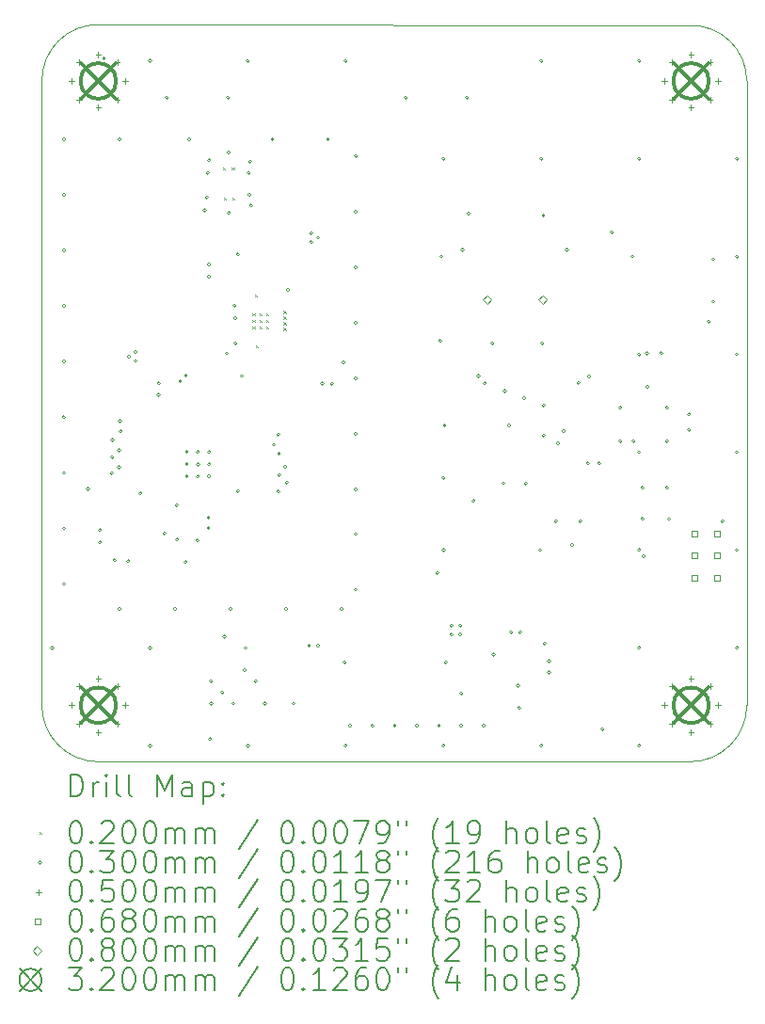
<source format=gbr>
%TF.GenerationSoftware,KiCad,Pcbnew,8.0.5+dfsg-1*%
%TF.CreationDate,2025-01-09T02:45:09+00:00*%
%TF.ProjectId,LTT,4c54542e-6b69-4636-9164-5f7063625858,rev?*%
%TF.SameCoordinates,Original*%
%TF.FileFunction,Drillmap*%
%TF.FilePolarity,Positive*%
%FSLAX45Y45*%
G04 Gerber Fmt 4.5, Leading zero omitted, Abs format (unit mm)*
G04 Created by KiCad (PCBNEW 8.0.5+dfsg-1) date 2025-01-09 02:45:09*
%MOMM*%
%LPD*%
G01*
G04 APERTURE LIST*
%ADD10C,0.050000*%
%ADD11C,0.200000*%
%ADD12C,0.100000*%
%ADD13C,0.320000*%
G04 APERTURE END LIST*
D10*
X17519000Y-8100000D02*
X17519000Y-13716000D01*
X17019000Y-7600000D02*
G75*
G02*
X17519000Y-8100000I0J-500000D01*
G01*
X11176000Y-13716000D02*
X11176000Y-8100000D01*
X11176000Y-8100000D02*
G75*
G02*
X11684000Y-7592000I508000J0D01*
G01*
X17011000Y-14224000D02*
X11684000Y-14224000D01*
X11684000Y-14224000D02*
G75*
G02*
X11176000Y-13716000I0J508000D01*
G01*
X17519000Y-13716000D02*
G75*
G02*
X17011000Y-14224000I-508000J0D01*
G01*
X17019000Y-7600000D02*
X11684000Y-7592000D01*
D11*
D12*
X12805625Y-8878125D02*
X12825625Y-8898125D01*
X12825625Y-8878125D02*
X12805625Y-8898125D01*
X12813125Y-9150625D02*
X12833125Y-9170625D01*
X12833125Y-9150625D02*
X12813125Y-9170625D01*
X12885625Y-8875625D02*
X12905625Y-8895625D01*
X12905625Y-8875625D02*
X12885625Y-8895625D01*
X12888125Y-9150625D02*
X12908125Y-9170625D01*
X12908125Y-9150625D02*
X12888125Y-9170625D01*
X13072250Y-10190000D02*
X13092250Y-10210000D01*
X13092250Y-10190000D02*
X13072250Y-10210000D01*
X13072250Y-10250000D02*
X13092250Y-10270000D01*
X13092250Y-10250000D02*
X13072250Y-10270000D01*
X13072250Y-10310000D02*
X13092250Y-10330000D01*
X13092250Y-10310000D02*
X13072250Y-10330000D01*
X13090000Y-10020000D02*
X13110000Y-10040000D01*
X13110000Y-10020000D02*
X13090000Y-10040000D01*
X13100000Y-10480000D02*
X13120000Y-10500000D01*
X13120000Y-10480000D02*
X13100000Y-10500000D01*
X13132250Y-10190000D02*
X13152250Y-10210000D01*
X13152250Y-10190000D02*
X13132250Y-10210000D01*
X13132250Y-10250000D02*
X13152250Y-10270000D01*
X13152250Y-10250000D02*
X13132250Y-10270000D01*
X13132250Y-10310000D02*
X13152250Y-10330000D01*
X13152250Y-10310000D02*
X13132250Y-10330000D01*
X13192250Y-10190000D02*
X13212250Y-10210000D01*
X13212250Y-10190000D02*
X13192250Y-10210000D01*
X13192250Y-10250000D02*
X13212250Y-10270000D01*
X13212250Y-10250000D02*
X13192250Y-10270000D01*
X13192250Y-10310000D02*
X13212250Y-10330000D01*
X13212250Y-10310000D02*
X13192250Y-10330000D01*
X13350000Y-10170000D02*
X13370000Y-10190000D01*
X13370000Y-10170000D02*
X13350000Y-10190000D01*
X13350000Y-10220000D02*
X13370000Y-10240000D01*
X13370000Y-10220000D02*
X13350000Y-10240000D01*
X13350000Y-10270000D02*
X13370000Y-10290000D01*
X13370000Y-10270000D02*
X13350000Y-10290000D01*
X13350000Y-10320000D02*
X13370000Y-10340000D01*
X13370000Y-10320000D02*
X13350000Y-10340000D01*
X11285000Y-13200000D02*
G75*
G02*
X11255000Y-13200000I-15000J0D01*
G01*
X11255000Y-13200000D02*
G75*
G02*
X11285000Y-13200000I15000J0D01*
G01*
X11390000Y-8625000D02*
G75*
G02*
X11360000Y-8625000I-15000J0D01*
G01*
X11360000Y-8625000D02*
G75*
G02*
X11390000Y-8625000I15000J0D01*
G01*
X11390000Y-9125000D02*
G75*
G02*
X11360000Y-9125000I-15000J0D01*
G01*
X11360000Y-9125000D02*
G75*
G02*
X11390000Y-9125000I15000J0D01*
G01*
X11390000Y-9625000D02*
G75*
G02*
X11360000Y-9625000I-15000J0D01*
G01*
X11360000Y-9625000D02*
G75*
G02*
X11390000Y-9625000I15000J0D01*
G01*
X11390000Y-10125000D02*
G75*
G02*
X11360000Y-10125000I-15000J0D01*
G01*
X11360000Y-10125000D02*
G75*
G02*
X11390000Y-10125000I15000J0D01*
G01*
X11390000Y-10625000D02*
G75*
G02*
X11360000Y-10625000I-15000J0D01*
G01*
X11360000Y-10625000D02*
G75*
G02*
X11390000Y-10625000I15000J0D01*
G01*
X11390000Y-11125000D02*
G75*
G02*
X11360000Y-11125000I-15000J0D01*
G01*
X11360000Y-11125000D02*
G75*
G02*
X11390000Y-11125000I15000J0D01*
G01*
X11390000Y-11625000D02*
G75*
G02*
X11360000Y-11625000I-15000J0D01*
G01*
X11360000Y-11625000D02*
G75*
G02*
X11390000Y-11625000I15000J0D01*
G01*
X11390000Y-12125000D02*
G75*
G02*
X11360000Y-12125000I-15000J0D01*
G01*
X11360000Y-12125000D02*
G75*
G02*
X11390000Y-12125000I15000J0D01*
G01*
X11390000Y-12625000D02*
G75*
G02*
X11360000Y-12625000I-15000J0D01*
G01*
X11360000Y-12625000D02*
G75*
G02*
X11390000Y-12625000I15000J0D01*
G01*
X11605000Y-11770000D02*
G75*
G02*
X11575000Y-11770000I-15000J0D01*
G01*
X11575000Y-11770000D02*
G75*
G02*
X11605000Y-11770000I15000J0D01*
G01*
X11715000Y-12140000D02*
G75*
G02*
X11685000Y-12140000I-15000J0D01*
G01*
X11685000Y-12140000D02*
G75*
G02*
X11715000Y-12140000I15000J0D01*
G01*
X11715000Y-12250000D02*
G75*
G02*
X11685000Y-12250000I-15000J0D01*
G01*
X11685000Y-12250000D02*
G75*
G02*
X11715000Y-12250000I15000J0D01*
G01*
X11750000Y-7895000D02*
G75*
G02*
X11720000Y-7895000I-15000J0D01*
G01*
X11720000Y-7895000D02*
G75*
G02*
X11750000Y-7895000I15000J0D01*
G01*
X11820000Y-11630000D02*
G75*
G02*
X11790000Y-11630000I-15000J0D01*
G01*
X11790000Y-11630000D02*
G75*
G02*
X11820000Y-11630000I15000J0D01*
G01*
X11825000Y-11330000D02*
G75*
G02*
X11795000Y-11330000I-15000J0D01*
G01*
X11795000Y-11330000D02*
G75*
G02*
X11825000Y-11330000I15000J0D01*
G01*
X11825000Y-11483483D02*
G75*
G02*
X11795000Y-11483483I-15000J0D01*
G01*
X11795000Y-11483483D02*
G75*
G02*
X11825000Y-11483483I15000J0D01*
G01*
X11845000Y-12410000D02*
G75*
G02*
X11815000Y-12410000I-15000J0D01*
G01*
X11815000Y-12410000D02*
G75*
G02*
X11845000Y-12410000I15000J0D01*
G01*
X11885000Y-11423483D02*
G75*
G02*
X11855000Y-11423483I-15000J0D01*
G01*
X11855000Y-11423483D02*
G75*
G02*
X11885000Y-11423483I15000J0D01*
G01*
X11885690Y-11573875D02*
G75*
G02*
X11855690Y-11573875I-15000J0D01*
G01*
X11855690Y-11573875D02*
G75*
G02*
X11885690Y-11573875I15000J0D01*
G01*
X11890000Y-8625000D02*
G75*
G02*
X11860000Y-8625000I-15000J0D01*
G01*
X11860000Y-8625000D02*
G75*
G02*
X11890000Y-8625000I15000J0D01*
G01*
X11890000Y-12850000D02*
G75*
G02*
X11860000Y-12850000I-15000J0D01*
G01*
X11860000Y-12850000D02*
G75*
G02*
X11890000Y-12850000I15000J0D01*
G01*
X11895000Y-11160000D02*
G75*
G02*
X11865000Y-11160000I-15000J0D01*
G01*
X11865000Y-11160000D02*
G75*
G02*
X11895000Y-11160000I15000J0D01*
G01*
X11901513Y-11251246D02*
G75*
G02*
X11871513Y-11251246I-15000J0D01*
G01*
X11871513Y-11251246D02*
G75*
G02*
X11901513Y-11251246I15000J0D01*
G01*
X11967375Y-12420000D02*
G75*
G02*
X11937375Y-12420000I-15000J0D01*
G01*
X11937375Y-12420000D02*
G75*
G02*
X11967375Y-12420000I15000J0D01*
G01*
X11973250Y-10580000D02*
G75*
G02*
X11943250Y-10580000I-15000J0D01*
G01*
X11943250Y-10580000D02*
G75*
G02*
X11973250Y-10580000I15000J0D01*
G01*
X12033250Y-10540000D02*
G75*
G02*
X12003250Y-10540000I-15000J0D01*
G01*
X12003250Y-10540000D02*
G75*
G02*
X12033250Y-10540000I15000J0D01*
G01*
X12033250Y-10620000D02*
G75*
G02*
X12003250Y-10620000I-15000J0D01*
G01*
X12003250Y-10620000D02*
G75*
G02*
X12033250Y-10620000I15000J0D01*
G01*
X12079125Y-11810000D02*
G75*
G02*
X12049125Y-11810000I-15000J0D01*
G01*
X12049125Y-11810000D02*
G75*
G02*
X12079125Y-11810000I15000J0D01*
G01*
X12165000Y-7920000D02*
G75*
G02*
X12135000Y-7920000I-15000J0D01*
G01*
X12135000Y-7920000D02*
G75*
G02*
X12165000Y-7920000I15000J0D01*
G01*
X12165000Y-13200000D02*
G75*
G02*
X12135000Y-13200000I-15000J0D01*
G01*
X12135000Y-13200000D02*
G75*
G02*
X12165000Y-13200000I15000J0D01*
G01*
X12165000Y-14080000D02*
G75*
G02*
X12135000Y-14080000I-15000J0D01*
G01*
X12135000Y-14080000D02*
G75*
G02*
X12165000Y-14080000I15000J0D01*
G01*
X12242125Y-10923875D02*
G75*
G02*
X12212125Y-10923875I-15000J0D01*
G01*
X12212125Y-10923875D02*
G75*
G02*
X12242125Y-10923875I15000J0D01*
G01*
X12245000Y-10820000D02*
G75*
G02*
X12215000Y-10820000I-15000J0D01*
G01*
X12215000Y-10820000D02*
G75*
G02*
X12245000Y-10820000I15000J0D01*
G01*
X12295000Y-12170000D02*
G75*
G02*
X12265000Y-12170000I-15000J0D01*
G01*
X12265000Y-12170000D02*
G75*
G02*
X12295000Y-12170000I15000J0D01*
G01*
X12315000Y-8250000D02*
G75*
G02*
X12285000Y-8250000I-15000J0D01*
G01*
X12285000Y-8250000D02*
G75*
G02*
X12315000Y-8250000I15000J0D01*
G01*
X12390000Y-12850000D02*
G75*
G02*
X12360000Y-12850000I-15000J0D01*
G01*
X12360000Y-12850000D02*
G75*
G02*
X12390000Y-12850000I15000J0D01*
G01*
X12405000Y-11915000D02*
G75*
G02*
X12375000Y-11915000I-15000J0D01*
G01*
X12375000Y-11915000D02*
G75*
G02*
X12405000Y-11915000I15000J0D01*
G01*
X12410000Y-12225000D02*
G75*
G02*
X12380000Y-12225000I-15000J0D01*
G01*
X12380000Y-12225000D02*
G75*
G02*
X12410000Y-12225000I15000J0D01*
G01*
X12435000Y-10800000D02*
G75*
G02*
X12405000Y-10800000I-15000J0D01*
G01*
X12405000Y-10800000D02*
G75*
G02*
X12435000Y-10800000I15000J0D01*
G01*
X12485000Y-10750000D02*
G75*
G02*
X12455000Y-10750000I-15000J0D01*
G01*
X12455000Y-10750000D02*
G75*
G02*
X12485000Y-10750000I15000J0D01*
G01*
X12485000Y-12430000D02*
G75*
G02*
X12455000Y-12430000I-15000J0D01*
G01*
X12455000Y-12430000D02*
G75*
G02*
X12485000Y-12430000I15000J0D01*
G01*
X12495000Y-11437375D02*
G75*
G02*
X12465000Y-11437375I-15000J0D01*
G01*
X12465000Y-11437375D02*
G75*
G02*
X12495000Y-11437375I15000J0D01*
G01*
X12495000Y-11547375D02*
G75*
G02*
X12465000Y-11547375I-15000J0D01*
G01*
X12465000Y-11547375D02*
G75*
G02*
X12495000Y-11547375I15000J0D01*
G01*
X12495000Y-11657375D02*
G75*
G02*
X12465000Y-11657375I-15000J0D01*
G01*
X12465000Y-11657375D02*
G75*
G02*
X12495000Y-11657375I15000J0D01*
G01*
X12515000Y-8625000D02*
G75*
G02*
X12485000Y-8625000I-15000J0D01*
G01*
X12485000Y-8625000D02*
G75*
G02*
X12515000Y-8625000I15000J0D01*
G01*
X12590000Y-12235000D02*
G75*
G02*
X12560000Y-12235000I-15000J0D01*
G01*
X12560000Y-12235000D02*
G75*
G02*
X12590000Y-12235000I15000J0D01*
G01*
X12595000Y-11437375D02*
G75*
G02*
X12565000Y-11437375I-15000J0D01*
G01*
X12565000Y-11437375D02*
G75*
G02*
X12595000Y-11437375I15000J0D01*
G01*
X12595000Y-11550000D02*
G75*
G02*
X12565000Y-11550000I-15000J0D01*
G01*
X12565000Y-11550000D02*
G75*
G02*
X12595000Y-11550000I15000J0D01*
G01*
X12595000Y-11657375D02*
G75*
G02*
X12565000Y-11657375I-15000J0D01*
G01*
X12565000Y-11657375D02*
G75*
G02*
X12595000Y-11657375I15000J0D01*
G01*
X12656375Y-9264875D02*
G75*
G02*
X12626375Y-9264875I-15000J0D01*
G01*
X12626375Y-9264875D02*
G75*
G02*
X12656375Y-9264875I15000J0D01*
G01*
X12675625Y-9148125D02*
G75*
G02*
X12645625Y-9148125I-15000J0D01*
G01*
X12645625Y-9148125D02*
G75*
G02*
X12675625Y-9148125I15000J0D01*
G01*
X12683125Y-8928125D02*
G75*
G02*
X12653125Y-8928125I-15000J0D01*
G01*
X12653125Y-8928125D02*
G75*
G02*
X12683125Y-8928125I15000J0D01*
G01*
X12690000Y-12030000D02*
G75*
G02*
X12660000Y-12030000I-15000J0D01*
G01*
X12660000Y-12030000D02*
G75*
G02*
X12690000Y-12030000I15000J0D01*
G01*
X12690000Y-12120000D02*
G75*
G02*
X12660000Y-12120000I-15000J0D01*
G01*
X12660000Y-12120000D02*
G75*
G02*
X12690000Y-12120000I15000J0D01*
G01*
X12695000Y-9750000D02*
G75*
G02*
X12665000Y-9750000I-15000J0D01*
G01*
X12665000Y-9750000D02*
G75*
G02*
X12695000Y-9750000I15000J0D01*
G01*
X12695000Y-9860000D02*
G75*
G02*
X12665000Y-9860000I-15000J0D01*
G01*
X12665000Y-9860000D02*
G75*
G02*
X12695000Y-9860000I15000J0D01*
G01*
X12695000Y-11437375D02*
G75*
G02*
X12665000Y-11437375I-15000J0D01*
G01*
X12665000Y-11437375D02*
G75*
G02*
X12695000Y-11437375I15000J0D01*
G01*
X12695000Y-11547375D02*
G75*
G02*
X12665000Y-11547375I-15000J0D01*
G01*
X12665000Y-11547375D02*
G75*
G02*
X12695000Y-11547375I15000J0D01*
G01*
X12695000Y-11657375D02*
G75*
G02*
X12665000Y-11657375I-15000J0D01*
G01*
X12665000Y-11657375D02*
G75*
G02*
X12695000Y-11657375I15000J0D01*
G01*
X12698125Y-8813125D02*
G75*
G02*
X12668125Y-8813125I-15000J0D01*
G01*
X12668125Y-8813125D02*
G75*
G02*
X12698125Y-8813125I15000J0D01*
G01*
X12705000Y-14020000D02*
G75*
G02*
X12675000Y-14020000I-15000J0D01*
G01*
X12675000Y-14020000D02*
G75*
G02*
X12705000Y-14020000I15000J0D01*
G01*
X12715000Y-13500000D02*
G75*
G02*
X12685000Y-13500000I-15000J0D01*
G01*
X12685000Y-13500000D02*
G75*
G02*
X12715000Y-13500000I15000J0D01*
G01*
X12715000Y-13700000D02*
G75*
G02*
X12685000Y-13700000I-15000J0D01*
G01*
X12685000Y-13700000D02*
G75*
G02*
X12715000Y-13700000I15000J0D01*
G01*
X12815000Y-13600000D02*
G75*
G02*
X12785000Y-13600000I-15000J0D01*
G01*
X12785000Y-13600000D02*
G75*
G02*
X12815000Y-13600000I15000J0D01*
G01*
X12835000Y-13100000D02*
G75*
G02*
X12805000Y-13100000I-15000J0D01*
G01*
X12805000Y-13100000D02*
G75*
G02*
X12835000Y-13100000I15000J0D01*
G01*
X12855000Y-10550000D02*
G75*
G02*
X12825000Y-10550000I-15000J0D01*
G01*
X12825000Y-10550000D02*
G75*
G02*
X12855000Y-10550000I15000J0D01*
G01*
X12865000Y-8250000D02*
G75*
G02*
X12835000Y-8250000I-15000J0D01*
G01*
X12835000Y-8250000D02*
G75*
G02*
X12865000Y-8250000I15000J0D01*
G01*
X12873125Y-8743125D02*
G75*
G02*
X12843125Y-8743125I-15000J0D01*
G01*
X12843125Y-8743125D02*
G75*
G02*
X12873125Y-8743125I15000J0D01*
G01*
X12873125Y-9288125D02*
G75*
G02*
X12843125Y-9288125I-15000J0D01*
G01*
X12843125Y-9288125D02*
G75*
G02*
X12873125Y-9288125I15000J0D01*
G01*
X12890000Y-12850000D02*
G75*
G02*
X12860000Y-12850000I-15000J0D01*
G01*
X12860000Y-12850000D02*
G75*
G02*
X12890000Y-12850000I15000J0D01*
G01*
X12915000Y-13700000D02*
G75*
G02*
X12885000Y-13700000I-15000J0D01*
G01*
X12885000Y-13700000D02*
G75*
G02*
X12915000Y-13700000I15000J0D01*
G01*
X12925000Y-10120000D02*
G75*
G02*
X12895000Y-10120000I-15000J0D01*
G01*
X12895000Y-10120000D02*
G75*
G02*
X12925000Y-10120000I15000J0D01*
G01*
X12930000Y-10233330D02*
G75*
G02*
X12900000Y-10233330I-15000J0D01*
G01*
X12900000Y-10233330D02*
G75*
G02*
X12930000Y-10233330I15000J0D01*
G01*
X12935000Y-10460000D02*
G75*
G02*
X12905000Y-10460000I-15000J0D01*
G01*
X12905000Y-10460000D02*
G75*
G02*
X12935000Y-10460000I15000J0D01*
G01*
X12955000Y-9660000D02*
G75*
G02*
X12925000Y-9660000I-15000J0D01*
G01*
X12925000Y-9660000D02*
G75*
G02*
X12955000Y-9660000I15000J0D01*
G01*
X12955000Y-11790000D02*
G75*
G02*
X12925000Y-11790000I-15000J0D01*
G01*
X12925000Y-11790000D02*
G75*
G02*
X12955000Y-11790000I15000J0D01*
G01*
X12990625Y-10755625D02*
G75*
G02*
X12960625Y-10755625I-15000J0D01*
G01*
X12960625Y-10755625D02*
G75*
G02*
X12990625Y-10755625I15000J0D01*
G01*
X13015000Y-13400000D02*
G75*
G02*
X12985000Y-13400000I-15000J0D01*
G01*
X12985000Y-13400000D02*
G75*
G02*
X13015000Y-13400000I15000J0D01*
G01*
X13025000Y-13200000D02*
G75*
G02*
X12995000Y-13200000I-15000J0D01*
G01*
X12995000Y-13200000D02*
G75*
G02*
X13025000Y-13200000I15000J0D01*
G01*
X13045000Y-7920000D02*
G75*
G02*
X13015000Y-7920000I-15000J0D01*
G01*
X13015000Y-7920000D02*
G75*
G02*
X13045000Y-7920000I15000J0D01*
G01*
X13045000Y-14080000D02*
G75*
G02*
X13015000Y-14080000I-15000J0D01*
G01*
X13015000Y-14080000D02*
G75*
G02*
X13045000Y-14080000I15000J0D01*
G01*
X13052389Y-8927401D02*
G75*
G02*
X13022389Y-8927401I-15000J0D01*
G01*
X13022389Y-8927401D02*
G75*
G02*
X13052389Y-8927401I15000J0D01*
G01*
X13058125Y-9123125D02*
G75*
G02*
X13028125Y-9123125I-15000J0D01*
G01*
X13028125Y-9123125D02*
G75*
G02*
X13058125Y-9123125I15000J0D01*
G01*
X13065625Y-8825625D02*
G75*
G02*
X13035625Y-8825625I-15000J0D01*
G01*
X13035625Y-8825625D02*
G75*
G02*
X13065625Y-8825625I15000J0D01*
G01*
X13073125Y-9218125D02*
G75*
G02*
X13043125Y-9218125I-15000J0D01*
G01*
X13043125Y-9218125D02*
G75*
G02*
X13073125Y-9218125I15000J0D01*
G01*
X13115000Y-13500000D02*
G75*
G02*
X13085000Y-13500000I-15000J0D01*
G01*
X13085000Y-13500000D02*
G75*
G02*
X13115000Y-13500000I15000J0D01*
G01*
X13196000Y-13701000D02*
G75*
G02*
X13166000Y-13701000I-15000J0D01*
G01*
X13166000Y-13701000D02*
G75*
G02*
X13196000Y-13701000I15000J0D01*
G01*
X13265000Y-8625000D02*
G75*
G02*
X13235000Y-8625000I-15000J0D01*
G01*
X13235000Y-8625000D02*
G75*
G02*
X13265000Y-8625000I15000J0D01*
G01*
X13277125Y-11372875D02*
G75*
G02*
X13247125Y-11372875I-15000J0D01*
G01*
X13247125Y-11372875D02*
G75*
G02*
X13277125Y-11372875I15000J0D01*
G01*
X13317125Y-11792875D02*
G75*
G02*
X13287125Y-11792875I-15000J0D01*
G01*
X13287125Y-11792875D02*
G75*
G02*
X13317125Y-11792875I15000J0D01*
G01*
X13317500Y-11282500D02*
G75*
G02*
X13287500Y-11282500I-15000J0D01*
G01*
X13287500Y-11282500D02*
G75*
G02*
X13317500Y-11282500I15000J0D01*
G01*
X13325000Y-11452875D02*
G75*
G02*
X13295000Y-11452875I-15000J0D01*
G01*
X13295000Y-11452875D02*
G75*
G02*
X13325000Y-11452875I15000J0D01*
G01*
X13327125Y-11643875D02*
G75*
G02*
X13297125Y-11643875I-15000J0D01*
G01*
X13297125Y-11643875D02*
G75*
G02*
X13327125Y-11643875I15000J0D01*
G01*
X13380000Y-11572875D02*
G75*
G02*
X13350000Y-11572875I-15000J0D01*
G01*
X13350000Y-11572875D02*
G75*
G02*
X13380000Y-11572875I15000J0D01*
G01*
X13390000Y-12850000D02*
G75*
G02*
X13360000Y-12850000I-15000J0D01*
G01*
X13360000Y-12850000D02*
G75*
G02*
X13390000Y-12850000I15000J0D01*
G01*
X13395000Y-11712875D02*
G75*
G02*
X13365000Y-11712875I-15000J0D01*
G01*
X13365000Y-11712875D02*
G75*
G02*
X13395000Y-11712875I15000J0D01*
G01*
X13405000Y-9980000D02*
G75*
G02*
X13375000Y-9980000I-15000J0D01*
G01*
X13375000Y-9980000D02*
G75*
G02*
X13405000Y-9980000I15000J0D01*
G01*
X13455000Y-13700000D02*
G75*
G02*
X13425000Y-13700000I-15000J0D01*
G01*
X13425000Y-13700000D02*
G75*
G02*
X13455000Y-13700000I15000J0D01*
G01*
X13595000Y-13180000D02*
G75*
G02*
X13565000Y-13180000I-15000J0D01*
G01*
X13565000Y-13180000D02*
G75*
G02*
X13595000Y-13180000I15000J0D01*
G01*
X13615000Y-9470000D02*
G75*
G02*
X13585000Y-9470000I-15000J0D01*
G01*
X13585000Y-9470000D02*
G75*
G02*
X13615000Y-9470000I15000J0D01*
G01*
X13615000Y-9550000D02*
G75*
G02*
X13585000Y-9550000I-15000J0D01*
G01*
X13585000Y-9550000D02*
G75*
G02*
X13615000Y-9550000I15000J0D01*
G01*
X13675000Y-9510000D02*
G75*
G02*
X13645000Y-9510000I-15000J0D01*
G01*
X13645000Y-9510000D02*
G75*
G02*
X13675000Y-9510000I15000J0D01*
G01*
X13675000Y-13180000D02*
G75*
G02*
X13645000Y-13180000I-15000J0D01*
G01*
X13645000Y-13180000D02*
G75*
G02*
X13675000Y-13180000I15000J0D01*
G01*
X13712875Y-10822375D02*
G75*
G02*
X13682875Y-10822375I-15000J0D01*
G01*
X13682875Y-10822375D02*
G75*
G02*
X13712875Y-10822375I15000J0D01*
G01*
X13765000Y-8625000D02*
G75*
G02*
X13735000Y-8625000I-15000J0D01*
G01*
X13735000Y-8625000D02*
G75*
G02*
X13765000Y-8625000I15000J0D01*
G01*
X13800000Y-10825000D02*
G75*
G02*
X13770000Y-10825000I-15000J0D01*
G01*
X13770000Y-10825000D02*
G75*
G02*
X13800000Y-10825000I15000J0D01*
G01*
X13890000Y-12850000D02*
G75*
G02*
X13860000Y-12850000I-15000J0D01*
G01*
X13860000Y-12850000D02*
G75*
G02*
X13890000Y-12850000I15000J0D01*
G01*
X13905000Y-10630000D02*
G75*
G02*
X13875000Y-10630000I-15000J0D01*
G01*
X13875000Y-10630000D02*
G75*
G02*
X13905000Y-10630000I15000J0D01*
G01*
X13915000Y-13330000D02*
G75*
G02*
X13885000Y-13330000I-15000J0D01*
G01*
X13885000Y-13330000D02*
G75*
G02*
X13915000Y-13330000I15000J0D01*
G01*
X13925000Y-7920000D02*
G75*
G02*
X13895000Y-7920000I-15000J0D01*
G01*
X13895000Y-7920000D02*
G75*
G02*
X13925000Y-7920000I15000J0D01*
G01*
X13925000Y-14080000D02*
G75*
G02*
X13895000Y-14080000I-15000J0D01*
G01*
X13895000Y-14080000D02*
G75*
G02*
X13925000Y-14080000I15000J0D01*
G01*
X13965000Y-13900000D02*
G75*
G02*
X13935000Y-13900000I-15000J0D01*
G01*
X13935000Y-13900000D02*
G75*
G02*
X13965000Y-13900000I15000J0D01*
G01*
X14015000Y-8775000D02*
G75*
G02*
X13985000Y-8775000I-15000J0D01*
G01*
X13985000Y-8775000D02*
G75*
G02*
X14015000Y-8775000I15000J0D01*
G01*
X14015000Y-9275000D02*
G75*
G02*
X13985000Y-9275000I-15000J0D01*
G01*
X13985000Y-9275000D02*
G75*
G02*
X14015000Y-9275000I15000J0D01*
G01*
X14015000Y-9775000D02*
G75*
G02*
X13985000Y-9775000I-15000J0D01*
G01*
X13985000Y-9775000D02*
G75*
G02*
X14015000Y-9775000I15000J0D01*
G01*
X14015000Y-10275000D02*
G75*
G02*
X13985000Y-10275000I-15000J0D01*
G01*
X13985000Y-10275000D02*
G75*
G02*
X14015000Y-10275000I15000J0D01*
G01*
X14015000Y-10775000D02*
G75*
G02*
X13985000Y-10775000I-15000J0D01*
G01*
X13985000Y-10775000D02*
G75*
G02*
X14015000Y-10775000I15000J0D01*
G01*
X14015000Y-11275000D02*
G75*
G02*
X13985000Y-11275000I-15000J0D01*
G01*
X13985000Y-11275000D02*
G75*
G02*
X14015000Y-11275000I15000J0D01*
G01*
X14015000Y-11775000D02*
G75*
G02*
X13985000Y-11775000I-15000J0D01*
G01*
X13985000Y-11775000D02*
G75*
G02*
X14015000Y-11775000I15000J0D01*
G01*
X14015000Y-12175000D02*
G75*
G02*
X13985000Y-12175000I-15000J0D01*
G01*
X13985000Y-12175000D02*
G75*
G02*
X14015000Y-12175000I15000J0D01*
G01*
X14015000Y-12675000D02*
G75*
G02*
X13985000Y-12675000I-15000J0D01*
G01*
X13985000Y-12675000D02*
G75*
G02*
X14015000Y-12675000I15000J0D01*
G01*
X14165000Y-13900000D02*
G75*
G02*
X14135000Y-13900000I-15000J0D01*
G01*
X14135000Y-13900000D02*
G75*
G02*
X14165000Y-13900000I15000J0D01*
G01*
X14365000Y-13900000D02*
G75*
G02*
X14335000Y-13900000I-15000J0D01*
G01*
X14335000Y-13900000D02*
G75*
G02*
X14365000Y-13900000I15000J0D01*
G01*
X14465000Y-8250000D02*
G75*
G02*
X14435000Y-8250000I-15000J0D01*
G01*
X14435000Y-8250000D02*
G75*
G02*
X14465000Y-8250000I15000J0D01*
G01*
X14565000Y-13900000D02*
G75*
G02*
X14535000Y-13900000I-15000J0D01*
G01*
X14535000Y-13900000D02*
G75*
G02*
X14565000Y-13900000I15000J0D01*
G01*
X14750000Y-12525000D02*
G75*
G02*
X14720000Y-12525000I-15000J0D01*
G01*
X14720000Y-12525000D02*
G75*
G02*
X14750000Y-12525000I15000J0D01*
G01*
X14765000Y-13900000D02*
G75*
G02*
X14735000Y-13900000I-15000J0D01*
G01*
X14735000Y-13900000D02*
G75*
G02*
X14765000Y-13900000I15000J0D01*
G01*
X14775000Y-10440000D02*
G75*
G02*
X14745000Y-10440000I-15000J0D01*
G01*
X14745000Y-10440000D02*
G75*
G02*
X14775000Y-10440000I15000J0D01*
G01*
X14785000Y-9680000D02*
G75*
G02*
X14755000Y-9680000I-15000J0D01*
G01*
X14755000Y-9680000D02*
G75*
G02*
X14785000Y-9680000I15000J0D01*
G01*
X14805000Y-8800000D02*
G75*
G02*
X14775000Y-8800000I-15000J0D01*
G01*
X14775000Y-8800000D02*
G75*
G02*
X14805000Y-8800000I15000J0D01*
G01*
X14805000Y-11670000D02*
G75*
G02*
X14775000Y-11670000I-15000J0D01*
G01*
X14775000Y-11670000D02*
G75*
G02*
X14805000Y-11670000I15000J0D01*
G01*
X14805000Y-12320000D02*
G75*
G02*
X14775000Y-12320000I-15000J0D01*
G01*
X14775000Y-12320000D02*
G75*
G02*
X14805000Y-12320000I15000J0D01*
G01*
X14805000Y-14080000D02*
G75*
G02*
X14775000Y-14080000I-15000J0D01*
G01*
X14775000Y-14080000D02*
G75*
G02*
X14805000Y-14080000I15000J0D01*
G01*
X14815000Y-11200000D02*
G75*
G02*
X14785000Y-11200000I-15000J0D01*
G01*
X14785000Y-11200000D02*
G75*
G02*
X14815000Y-11200000I15000J0D01*
G01*
X14825000Y-13330000D02*
G75*
G02*
X14795000Y-13330000I-15000J0D01*
G01*
X14795000Y-13330000D02*
G75*
G02*
X14825000Y-13330000I15000J0D01*
G01*
X14875000Y-13000000D02*
G75*
G02*
X14845000Y-13000000I-15000J0D01*
G01*
X14845000Y-13000000D02*
G75*
G02*
X14875000Y-13000000I15000J0D01*
G01*
X14875000Y-13080000D02*
G75*
G02*
X14845000Y-13080000I-15000J0D01*
G01*
X14845000Y-13080000D02*
G75*
G02*
X14875000Y-13080000I15000J0D01*
G01*
X14955000Y-13000000D02*
G75*
G02*
X14925000Y-13000000I-15000J0D01*
G01*
X14925000Y-13000000D02*
G75*
G02*
X14955000Y-13000000I15000J0D01*
G01*
X14955000Y-13080000D02*
G75*
G02*
X14925000Y-13080000I-15000J0D01*
G01*
X14925000Y-13080000D02*
G75*
G02*
X14955000Y-13080000I15000J0D01*
G01*
X14965000Y-13610000D02*
G75*
G02*
X14935000Y-13610000I-15000J0D01*
G01*
X14935000Y-13610000D02*
G75*
G02*
X14965000Y-13610000I15000J0D01*
G01*
X14965000Y-13900000D02*
G75*
G02*
X14935000Y-13900000I-15000J0D01*
G01*
X14935000Y-13900000D02*
G75*
G02*
X14965000Y-13900000I15000J0D01*
G01*
X14975000Y-9620000D02*
G75*
G02*
X14945000Y-9620000I-15000J0D01*
G01*
X14945000Y-9620000D02*
G75*
G02*
X14975000Y-9620000I15000J0D01*
G01*
X15015000Y-8250000D02*
G75*
G02*
X14985000Y-8250000I-15000J0D01*
G01*
X14985000Y-8250000D02*
G75*
G02*
X15015000Y-8250000I15000J0D01*
G01*
X15030000Y-9295000D02*
G75*
G02*
X15000000Y-9295000I-15000J0D01*
G01*
X15000000Y-9295000D02*
G75*
G02*
X15030000Y-9295000I15000J0D01*
G01*
X15075000Y-11880000D02*
G75*
G02*
X15045000Y-11880000I-15000J0D01*
G01*
X15045000Y-11880000D02*
G75*
G02*
X15075000Y-11880000I15000J0D01*
G01*
X15120000Y-10755000D02*
G75*
G02*
X15090000Y-10755000I-15000J0D01*
G01*
X15090000Y-10755000D02*
G75*
G02*
X15120000Y-10755000I15000J0D01*
G01*
X15165000Y-13900000D02*
G75*
G02*
X15135000Y-13900000I-15000J0D01*
G01*
X15135000Y-13900000D02*
G75*
G02*
X15165000Y-13900000I15000J0D01*
G01*
X15175000Y-10820000D02*
G75*
G02*
X15145000Y-10820000I-15000J0D01*
G01*
X15145000Y-10820000D02*
G75*
G02*
X15175000Y-10820000I15000J0D01*
G01*
X15245000Y-10460000D02*
G75*
G02*
X15215000Y-10460000I-15000J0D01*
G01*
X15215000Y-10460000D02*
G75*
G02*
X15245000Y-10460000I15000J0D01*
G01*
X15255000Y-13260000D02*
G75*
G02*
X15225000Y-13260000I-15000J0D01*
G01*
X15225000Y-13260000D02*
G75*
G02*
X15255000Y-13260000I15000J0D01*
G01*
X15345000Y-11720000D02*
G75*
G02*
X15315000Y-11720000I-15000J0D01*
G01*
X15315000Y-11720000D02*
G75*
G02*
X15345000Y-11720000I15000J0D01*
G01*
X15355000Y-10890000D02*
G75*
G02*
X15325000Y-10890000I-15000J0D01*
G01*
X15325000Y-10890000D02*
G75*
G02*
X15355000Y-10890000I15000J0D01*
G01*
X15395000Y-11200000D02*
G75*
G02*
X15365000Y-11200000I-15000J0D01*
G01*
X15365000Y-11200000D02*
G75*
G02*
X15395000Y-11200000I15000J0D01*
G01*
X15415000Y-13060000D02*
G75*
G02*
X15385000Y-13060000I-15000J0D01*
G01*
X15385000Y-13060000D02*
G75*
G02*
X15415000Y-13060000I15000J0D01*
G01*
X15475000Y-13540000D02*
G75*
G02*
X15445000Y-13540000I-15000J0D01*
G01*
X15445000Y-13540000D02*
G75*
G02*
X15475000Y-13540000I15000J0D01*
G01*
X15485000Y-13740000D02*
G75*
G02*
X15455000Y-13740000I-15000J0D01*
G01*
X15455000Y-13740000D02*
G75*
G02*
X15485000Y-13740000I15000J0D01*
G01*
X15495000Y-13060000D02*
G75*
G02*
X15465000Y-13060000I-15000J0D01*
G01*
X15465000Y-13060000D02*
G75*
G02*
X15495000Y-13060000I15000J0D01*
G01*
X15530000Y-10955000D02*
G75*
G02*
X15500000Y-10955000I-15000J0D01*
G01*
X15500000Y-10955000D02*
G75*
G02*
X15530000Y-10955000I15000J0D01*
G01*
X15545000Y-11720000D02*
G75*
G02*
X15515000Y-11720000I-15000J0D01*
G01*
X15515000Y-11720000D02*
G75*
G02*
X15545000Y-11720000I15000J0D01*
G01*
X15675000Y-12320000D02*
G75*
G02*
X15645000Y-12320000I-15000J0D01*
G01*
X15645000Y-12320000D02*
G75*
G02*
X15675000Y-12320000I15000J0D01*
G01*
X15685000Y-7920000D02*
G75*
G02*
X15655000Y-7920000I-15000J0D01*
G01*
X15655000Y-7920000D02*
G75*
G02*
X15685000Y-7920000I15000J0D01*
G01*
X15685000Y-8800000D02*
G75*
G02*
X15655000Y-8800000I-15000J0D01*
G01*
X15655000Y-8800000D02*
G75*
G02*
X15685000Y-8800000I15000J0D01*
G01*
X15685000Y-14080000D02*
G75*
G02*
X15655000Y-14080000I-15000J0D01*
G01*
X15655000Y-14080000D02*
G75*
G02*
X15685000Y-14080000I15000J0D01*
G01*
X15695000Y-10460000D02*
G75*
G02*
X15665000Y-10460000I-15000J0D01*
G01*
X15665000Y-10460000D02*
G75*
G02*
X15695000Y-10460000I15000J0D01*
G01*
X15705000Y-9310000D02*
G75*
G02*
X15675000Y-9310000I-15000J0D01*
G01*
X15675000Y-9310000D02*
G75*
G02*
X15705000Y-9310000I15000J0D01*
G01*
X15705000Y-11020000D02*
G75*
G02*
X15675000Y-11020000I-15000J0D01*
G01*
X15675000Y-11020000D02*
G75*
G02*
X15705000Y-11020000I15000J0D01*
G01*
X15705000Y-11290000D02*
G75*
G02*
X15675000Y-11290000I-15000J0D01*
G01*
X15675000Y-11290000D02*
G75*
G02*
X15705000Y-11290000I15000J0D01*
G01*
X15715000Y-13160000D02*
G75*
G02*
X15685000Y-13160000I-15000J0D01*
G01*
X15685000Y-13160000D02*
G75*
G02*
X15715000Y-13160000I15000J0D01*
G01*
X15755000Y-13320000D02*
G75*
G02*
X15725000Y-13320000I-15000J0D01*
G01*
X15725000Y-13320000D02*
G75*
G02*
X15755000Y-13320000I15000J0D01*
G01*
X15755000Y-13420000D02*
G75*
G02*
X15725000Y-13420000I-15000J0D01*
G01*
X15725000Y-13420000D02*
G75*
G02*
X15755000Y-13420000I15000J0D01*
G01*
X15815000Y-12060000D02*
G75*
G02*
X15785000Y-12060000I-15000J0D01*
G01*
X15785000Y-12060000D02*
G75*
G02*
X15815000Y-12060000I15000J0D01*
G01*
X15835000Y-11360000D02*
G75*
G02*
X15805000Y-11360000I-15000J0D01*
G01*
X15805000Y-11360000D02*
G75*
G02*
X15835000Y-11360000I15000J0D01*
G01*
X15885000Y-11250000D02*
G75*
G02*
X15855000Y-11250000I-15000J0D01*
G01*
X15855000Y-11250000D02*
G75*
G02*
X15885000Y-11250000I15000J0D01*
G01*
X15915000Y-9620000D02*
G75*
G02*
X15885000Y-9620000I-15000J0D01*
G01*
X15885000Y-9620000D02*
G75*
G02*
X15915000Y-9620000I15000J0D01*
G01*
X15960750Y-12274250D02*
G75*
G02*
X15930750Y-12274250I-15000J0D01*
G01*
X15930750Y-12274250D02*
G75*
G02*
X15960750Y-12274250I15000J0D01*
G01*
X16020000Y-10815000D02*
G75*
G02*
X15990000Y-10815000I-15000J0D01*
G01*
X15990000Y-10815000D02*
G75*
G02*
X16020000Y-10815000I15000J0D01*
G01*
X16035000Y-12060000D02*
G75*
G02*
X16005000Y-12060000I-15000J0D01*
G01*
X16005000Y-12060000D02*
G75*
G02*
X16035000Y-12060000I15000J0D01*
G01*
X16105000Y-11540000D02*
G75*
G02*
X16075000Y-11540000I-15000J0D01*
G01*
X16075000Y-11540000D02*
G75*
G02*
X16105000Y-11540000I15000J0D01*
G01*
X16115000Y-10760000D02*
G75*
G02*
X16085000Y-10760000I-15000J0D01*
G01*
X16085000Y-10760000D02*
G75*
G02*
X16115000Y-10760000I15000J0D01*
G01*
X16205000Y-11540000D02*
G75*
G02*
X16175000Y-11540000I-15000J0D01*
G01*
X16175000Y-11540000D02*
G75*
G02*
X16205000Y-11540000I15000J0D01*
G01*
X16235000Y-13930000D02*
G75*
G02*
X16205000Y-13930000I-15000J0D01*
G01*
X16205000Y-13930000D02*
G75*
G02*
X16235000Y-13930000I15000J0D01*
G01*
X16320000Y-9460000D02*
G75*
G02*
X16290000Y-9460000I-15000J0D01*
G01*
X16290000Y-9460000D02*
G75*
G02*
X16320000Y-9460000I15000J0D01*
G01*
X16395000Y-11040000D02*
G75*
G02*
X16365000Y-11040000I-15000J0D01*
G01*
X16365000Y-11040000D02*
G75*
G02*
X16395000Y-11040000I15000J0D01*
G01*
X16395000Y-11340000D02*
G75*
G02*
X16365000Y-11340000I-15000J0D01*
G01*
X16365000Y-11340000D02*
G75*
G02*
X16395000Y-11340000I15000J0D01*
G01*
X16505000Y-9680000D02*
G75*
G02*
X16475000Y-9680000I-15000J0D01*
G01*
X16475000Y-9680000D02*
G75*
G02*
X16505000Y-9680000I15000J0D01*
G01*
X16515000Y-11340000D02*
G75*
G02*
X16485000Y-11340000I-15000J0D01*
G01*
X16485000Y-11340000D02*
G75*
G02*
X16515000Y-11340000I15000J0D01*
G01*
X16565000Y-7920000D02*
G75*
G02*
X16535000Y-7920000I-15000J0D01*
G01*
X16535000Y-7920000D02*
G75*
G02*
X16565000Y-7920000I15000J0D01*
G01*
X16565000Y-8800000D02*
G75*
G02*
X16535000Y-8800000I-15000J0D01*
G01*
X16535000Y-8800000D02*
G75*
G02*
X16565000Y-8800000I15000J0D01*
G01*
X16565000Y-10560000D02*
G75*
G02*
X16535000Y-10560000I-15000J0D01*
G01*
X16535000Y-10560000D02*
G75*
G02*
X16565000Y-10560000I15000J0D01*
G01*
X16565000Y-11440000D02*
G75*
G02*
X16535000Y-11440000I-15000J0D01*
G01*
X16535000Y-11440000D02*
G75*
G02*
X16565000Y-11440000I15000J0D01*
G01*
X16565000Y-12320000D02*
G75*
G02*
X16535000Y-12320000I-15000J0D01*
G01*
X16535000Y-12320000D02*
G75*
G02*
X16565000Y-12320000I15000J0D01*
G01*
X16565000Y-13200000D02*
G75*
G02*
X16535000Y-13200000I-15000J0D01*
G01*
X16535000Y-13200000D02*
G75*
G02*
X16565000Y-13200000I15000J0D01*
G01*
X16565000Y-14080000D02*
G75*
G02*
X16535000Y-14080000I-15000J0D01*
G01*
X16535000Y-14080000D02*
G75*
G02*
X16565000Y-14080000I15000J0D01*
G01*
X16595000Y-11760000D02*
G75*
G02*
X16565000Y-11760000I-15000J0D01*
G01*
X16565000Y-11760000D02*
G75*
G02*
X16595000Y-11760000I15000J0D01*
G01*
X16595000Y-12040000D02*
G75*
G02*
X16565000Y-12040000I-15000J0D01*
G01*
X16565000Y-12040000D02*
G75*
G02*
X16595000Y-12040000I15000J0D01*
G01*
X16607000Y-12376000D02*
G75*
G02*
X16577000Y-12376000I-15000J0D01*
G01*
X16577000Y-12376000D02*
G75*
G02*
X16607000Y-12376000I15000J0D01*
G01*
X16636250Y-10551250D02*
G75*
G02*
X16606250Y-10551250I-15000J0D01*
G01*
X16606250Y-10551250D02*
G75*
G02*
X16636250Y-10551250I15000J0D01*
G01*
X16640000Y-10850000D02*
G75*
G02*
X16610000Y-10850000I-15000J0D01*
G01*
X16610000Y-10850000D02*
G75*
G02*
X16640000Y-10850000I15000J0D01*
G01*
X16765000Y-10550000D02*
G75*
G02*
X16735000Y-10550000I-15000J0D01*
G01*
X16735000Y-10550000D02*
G75*
G02*
X16765000Y-10550000I15000J0D01*
G01*
X16815000Y-11040000D02*
G75*
G02*
X16785000Y-11040000I-15000J0D01*
G01*
X16785000Y-11040000D02*
G75*
G02*
X16815000Y-11040000I15000J0D01*
G01*
X16815000Y-11340000D02*
G75*
G02*
X16785000Y-11340000I-15000J0D01*
G01*
X16785000Y-11340000D02*
G75*
G02*
X16815000Y-11340000I15000J0D01*
G01*
X16815000Y-11760000D02*
G75*
G02*
X16785000Y-11760000I-15000J0D01*
G01*
X16785000Y-11760000D02*
G75*
G02*
X16815000Y-11760000I15000J0D01*
G01*
X16835000Y-12040000D02*
G75*
G02*
X16805000Y-12040000I-15000J0D01*
G01*
X16805000Y-12040000D02*
G75*
G02*
X16835000Y-12040000I15000J0D01*
G01*
X17015000Y-11100000D02*
G75*
G02*
X16985000Y-11100000I-15000J0D01*
G01*
X16985000Y-11100000D02*
G75*
G02*
X17015000Y-11100000I15000J0D01*
G01*
X17015000Y-11240000D02*
G75*
G02*
X16985000Y-11240000I-15000J0D01*
G01*
X16985000Y-11240000D02*
G75*
G02*
X17015000Y-11240000I15000J0D01*
G01*
X17193000Y-10265000D02*
G75*
G02*
X17163000Y-10265000I-15000J0D01*
G01*
X17163000Y-10265000D02*
G75*
G02*
X17193000Y-10265000I15000J0D01*
G01*
X17233000Y-9705000D02*
G75*
G02*
X17203000Y-9705000I-15000J0D01*
G01*
X17203000Y-9705000D02*
G75*
G02*
X17233000Y-9705000I15000J0D01*
G01*
X17233000Y-10085000D02*
G75*
G02*
X17203000Y-10085000I-15000J0D01*
G01*
X17203000Y-10085000D02*
G75*
G02*
X17233000Y-10085000I15000J0D01*
G01*
X17315000Y-12060000D02*
G75*
G02*
X17285000Y-12060000I-15000J0D01*
G01*
X17285000Y-12060000D02*
G75*
G02*
X17315000Y-12060000I15000J0D01*
G01*
X17445000Y-8800000D02*
G75*
G02*
X17415000Y-8800000I-15000J0D01*
G01*
X17415000Y-8800000D02*
G75*
G02*
X17445000Y-8800000I15000J0D01*
G01*
X17445000Y-9680000D02*
G75*
G02*
X17415000Y-9680000I-15000J0D01*
G01*
X17415000Y-9680000D02*
G75*
G02*
X17445000Y-9680000I15000J0D01*
G01*
X17445000Y-10560000D02*
G75*
G02*
X17415000Y-10560000I-15000J0D01*
G01*
X17415000Y-10560000D02*
G75*
G02*
X17445000Y-10560000I15000J0D01*
G01*
X17445000Y-11440000D02*
G75*
G02*
X17415000Y-11440000I-15000J0D01*
G01*
X17415000Y-11440000D02*
G75*
G02*
X17445000Y-11440000I15000J0D01*
G01*
X17445000Y-12320000D02*
G75*
G02*
X17415000Y-12320000I-15000J0D01*
G01*
X17415000Y-12320000D02*
G75*
G02*
X17445000Y-12320000I15000J0D01*
G01*
X17445000Y-13200000D02*
G75*
G02*
X17415000Y-13200000I-15000J0D01*
G01*
X17415000Y-13200000D02*
G75*
G02*
X17445000Y-13200000I15000J0D01*
G01*
X11444000Y-8075000D02*
X11444000Y-8125000D01*
X11419000Y-8100000D02*
X11469000Y-8100000D01*
X11444000Y-13691000D02*
X11444000Y-13741000D01*
X11419000Y-13716000D02*
X11469000Y-13716000D01*
X11514294Y-7905294D02*
X11514294Y-7955294D01*
X11489294Y-7930294D02*
X11539294Y-7930294D01*
X11514294Y-8244706D02*
X11514294Y-8294706D01*
X11489294Y-8269706D02*
X11539294Y-8269706D01*
X11514294Y-13521294D02*
X11514294Y-13571294D01*
X11489294Y-13546294D02*
X11539294Y-13546294D01*
X11514294Y-13860706D02*
X11514294Y-13910706D01*
X11489294Y-13885706D02*
X11539294Y-13885706D01*
X11684000Y-7835000D02*
X11684000Y-7885000D01*
X11659000Y-7860000D02*
X11709000Y-7860000D01*
X11684000Y-8315000D02*
X11684000Y-8365000D01*
X11659000Y-8340000D02*
X11709000Y-8340000D01*
X11684000Y-13451000D02*
X11684000Y-13501000D01*
X11659000Y-13476000D02*
X11709000Y-13476000D01*
X11684000Y-13931000D02*
X11684000Y-13981000D01*
X11659000Y-13956000D02*
X11709000Y-13956000D01*
X11853706Y-7905294D02*
X11853706Y-7955294D01*
X11828706Y-7930294D02*
X11878706Y-7930294D01*
X11853706Y-8244706D02*
X11853706Y-8294706D01*
X11828706Y-8269706D02*
X11878706Y-8269706D01*
X11853706Y-13521294D02*
X11853706Y-13571294D01*
X11828706Y-13546294D02*
X11878706Y-13546294D01*
X11853706Y-13860706D02*
X11853706Y-13910706D01*
X11828706Y-13885706D02*
X11878706Y-13885706D01*
X11924000Y-8075000D02*
X11924000Y-8125000D01*
X11899000Y-8100000D02*
X11949000Y-8100000D01*
X11924000Y-13691000D02*
X11924000Y-13741000D01*
X11899000Y-13716000D02*
X11949000Y-13716000D01*
X16778000Y-8075000D02*
X16778000Y-8125000D01*
X16753000Y-8100000D02*
X16803000Y-8100000D01*
X16778000Y-13691000D02*
X16778000Y-13741000D01*
X16753000Y-13716000D02*
X16803000Y-13716000D01*
X16848294Y-7905294D02*
X16848294Y-7955294D01*
X16823294Y-7930294D02*
X16873294Y-7930294D01*
X16848294Y-8244706D02*
X16848294Y-8294706D01*
X16823294Y-8269706D02*
X16873294Y-8269706D01*
X16848294Y-13521294D02*
X16848294Y-13571294D01*
X16823294Y-13546294D02*
X16873294Y-13546294D01*
X16848294Y-13860706D02*
X16848294Y-13910706D01*
X16823294Y-13885706D02*
X16873294Y-13885706D01*
X17018000Y-7835000D02*
X17018000Y-7885000D01*
X16993000Y-7860000D02*
X17043000Y-7860000D01*
X17018000Y-8315000D02*
X17018000Y-8365000D01*
X16993000Y-8340000D02*
X17043000Y-8340000D01*
X17018000Y-13451000D02*
X17018000Y-13501000D01*
X16993000Y-13476000D02*
X17043000Y-13476000D01*
X17018000Y-13931000D02*
X17018000Y-13981000D01*
X16993000Y-13956000D02*
X17043000Y-13956000D01*
X17187706Y-7905294D02*
X17187706Y-7955294D01*
X17162706Y-7930294D02*
X17212706Y-7930294D01*
X17187706Y-8244706D02*
X17187706Y-8294706D01*
X17162706Y-8269706D02*
X17212706Y-8269706D01*
X17187706Y-13521294D02*
X17187706Y-13571294D01*
X17162706Y-13546294D02*
X17212706Y-13546294D01*
X17187706Y-13860706D02*
X17187706Y-13910706D01*
X17162706Y-13885706D02*
X17212706Y-13885706D01*
X17258000Y-8075000D02*
X17258000Y-8125000D01*
X17233000Y-8100000D02*
X17283000Y-8100000D01*
X17258000Y-13691000D02*
X17258000Y-13741000D01*
X17233000Y-13716000D02*
X17283000Y-13716000D01*
X17074042Y-12194042D02*
X17074042Y-12145958D01*
X17025958Y-12145958D01*
X17025958Y-12194042D01*
X17074042Y-12194042D01*
X17074042Y-12394042D02*
X17074042Y-12345958D01*
X17025958Y-12345958D01*
X17025958Y-12394042D01*
X17074042Y-12394042D01*
X17074042Y-12594042D02*
X17074042Y-12545958D01*
X17025958Y-12545958D01*
X17025958Y-12594042D01*
X17074042Y-12594042D01*
X17274042Y-12194042D02*
X17274042Y-12145958D01*
X17225958Y-12145958D01*
X17225958Y-12194042D01*
X17274042Y-12194042D01*
X17274042Y-12394042D02*
X17274042Y-12345958D01*
X17225958Y-12345958D01*
X17225958Y-12394042D01*
X17274042Y-12394042D01*
X17274042Y-12594042D02*
X17274042Y-12545958D01*
X17225958Y-12545958D01*
X17225958Y-12594042D01*
X17274042Y-12594042D01*
X15182000Y-10107000D02*
X15222000Y-10067000D01*
X15182000Y-10027000D01*
X15142000Y-10067000D01*
X15182000Y-10107000D01*
X15682000Y-10107000D02*
X15722000Y-10067000D01*
X15682000Y-10027000D01*
X15642000Y-10067000D01*
X15682000Y-10107000D01*
D13*
X11524000Y-7940000D02*
X11844000Y-8260000D01*
X11844000Y-7940000D02*
X11524000Y-8260000D01*
X11844000Y-8100000D02*
G75*
G02*
X11524000Y-8100000I-160000J0D01*
G01*
X11524000Y-8100000D02*
G75*
G02*
X11844000Y-8100000I160000J0D01*
G01*
X11524000Y-13556000D02*
X11844000Y-13876000D01*
X11844000Y-13556000D02*
X11524000Y-13876000D01*
X11844000Y-13716000D02*
G75*
G02*
X11524000Y-13716000I-160000J0D01*
G01*
X11524000Y-13716000D02*
G75*
G02*
X11844000Y-13716000I160000J0D01*
G01*
X16858000Y-7940000D02*
X17178000Y-8260000D01*
X17178000Y-7940000D02*
X16858000Y-8260000D01*
X17178000Y-8100000D02*
G75*
G02*
X16858000Y-8100000I-160000J0D01*
G01*
X16858000Y-8100000D02*
G75*
G02*
X17178000Y-8100000I160000J0D01*
G01*
X16858000Y-13556000D02*
X17178000Y-13876000D01*
X17178000Y-13556000D02*
X16858000Y-13876000D01*
X17178000Y-13716000D02*
G75*
G02*
X16858000Y-13716000I-160000J0D01*
G01*
X16858000Y-13716000D02*
G75*
G02*
X17178000Y-13716000I160000J0D01*
G01*
D11*
X11434277Y-14537984D02*
X11434277Y-14337984D01*
X11434277Y-14337984D02*
X11481896Y-14337984D01*
X11481896Y-14337984D02*
X11510467Y-14347508D01*
X11510467Y-14347508D02*
X11529515Y-14366555D01*
X11529515Y-14366555D02*
X11539039Y-14385603D01*
X11539039Y-14385603D02*
X11548562Y-14423698D01*
X11548562Y-14423698D02*
X11548562Y-14452269D01*
X11548562Y-14452269D02*
X11539039Y-14490365D01*
X11539039Y-14490365D02*
X11529515Y-14509412D01*
X11529515Y-14509412D02*
X11510467Y-14528460D01*
X11510467Y-14528460D02*
X11481896Y-14537984D01*
X11481896Y-14537984D02*
X11434277Y-14537984D01*
X11634277Y-14537984D02*
X11634277Y-14404650D01*
X11634277Y-14442746D02*
X11643801Y-14423698D01*
X11643801Y-14423698D02*
X11653324Y-14414174D01*
X11653324Y-14414174D02*
X11672372Y-14404650D01*
X11672372Y-14404650D02*
X11691420Y-14404650D01*
X11758086Y-14537984D02*
X11758086Y-14404650D01*
X11758086Y-14337984D02*
X11748562Y-14347508D01*
X11748562Y-14347508D02*
X11758086Y-14357031D01*
X11758086Y-14357031D02*
X11767610Y-14347508D01*
X11767610Y-14347508D02*
X11758086Y-14337984D01*
X11758086Y-14337984D02*
X11758086Y-14357031D01*
X11881896Y-14537984D02*
X11862848Y-14528460D01*
X11862848Y-14528460D02*
X11853324Y-14509412D01*
X11853324Y-14509412D02*
X11853324Y-14337984D01*
X11986658Y-14537984D02*
X11967610Y-14528460D01*
X11967610Y-14528460D02*
X11958086Y-14509412D01*
X11958086Y-14509412D02*
X11958086Y-14337984D01*
X12215229Y-14537984D02*
X12215229Y-14337984D01*
X12215229Y-14337984D02*
X12281896Y-14480841D01*
X12281896Y-14480841D02*
X12348562Y-14337984D01*
X12348562Y-14337984D02*
X12348562Y-14537984D01*
X12529515Y-14537984D02*
X12529515Y-14433222D01*
X12529515Y-14433222D02*
X12519991Y-14414174D01*
X12519991Y-14414174D02*
X12500943Y-14404650D01*
X12500943Y-14404650D02*
X12462848Y-14404650D01*
X12462848Y-14404650D02*
X12443801Y-14414174D01*
X12529515Y-14528460D02*
X12510467Y-14537984D01*
X12510467Y-14537984D02*
X12462848Y-14537984D01*
X12462848Y-14537984D02*
X12443801Y-14528460D01*
X12443801Y-14528460D02*
X12434277Y-14509412D01*
X12434277Y-14509412D02*
X12434277Y-14490365D01*
X12434277Y-14490365D02*
X12443801Y-14471317D01*
X12443801Y-14471317D02*
X12462848Y-14461793D01*
X12462848Y-14461793D02*
X12510467Y-14461793D01*
X12510467Y-14461793D02*
X12529515Y-14452269D01*
X12624753Y-14404650D02*
X12624753Y-14604650D01*
X12624753Y-14414174D02*
X12643801Y-14404650D01*
X12643801Y-14404650D02*
X12681896Y-14404650D01*
X12681896Y-14404650D02*
X12700943Y-14414174D01*
X12700943Y-14414174D02*
X12710467Y-14423698D01*
X12710467Y-14423698D02*
X12719991Y-14442746D01*
X12719991Y-14442746D02*
X12719991Y-14499888D01*
X12719991Y-14499888D02*
X12710467Y-14518936D01*
X12710467Y-14518936D02*
X12700943Y-14528460D01*
X12700943Y-14528460D02*
X12681896Y-14537984D01*
X12681896Y-14537984D02*
X12643801Y-14537984D01*
X12643801Y-14537984D02*
X12624753Y-14528460D01*
X12805705Y-14518936D02*
X12815229Y-14528460D01*
X12815229Y-14528460D02*
X12805705Y-14537984D01*
X12805705Y-14537984D02*
X12796182Y-14528460D01*
X12796182Y-14528460D02*
X12805705Y-14518936D01*
X12805705Y-14518936D02*
X12805705Y-14537984D01*
X12805705Y-14414174D02*
X12815229Y-14423698D01*
X12815229Y-14423698D02*
X12805705Y-14433222D01*
X12805705Y-14433222D02*
X12796182Y-14423698D01*
X12796182Y-14423698D02*
X12805705Y-14414174D01*
X12805705Y-14414174D02*
X12805705Y-14433222D01*
D12*
X11153500Y-14856500D02*
X11173500Y-14876500D01*
X11173500Y-14856500D02*
X11153500Y-14876500D01*
D11*
X11472372Y-14757984D02*
X11491420Y-14757984D01*
X11491420Y-14757984D02*
X11510467Y-14767508D01*
X11510467Y-14767508D02*
X11519991Y-14777031D01*
X11519991Y-14777031D02*
X11529515Y-14796079D01*
X11529515Y-14796079D02*
X11539039Y-14834174D01*
X11539039Y-14834174D02*
X11539039Y-14881793D01*
X11539039Y-14881793D02*
X11529515Y-14919888D01*
X11529515Y-14919888D02*
X11519991Y-14938936D01*
X11519991Y-14938936D02*
X11510467Y-14948460D01*
X11510467Y-14948460D02*
X11491420Y-14957984D01*
X11491420Y-14957984D02*
X11472372Y-14957984D01*
X11472372Y-14957984D02*
X11453324Y-14948460D01*
X11453324Y-14948460D02*
X11443801Y-14938936D01*
X11443801Y-14938936D02*
X11434277Y-14919888D01*
X11434277Y-14919888D02*
X11424753Y-14881793D01*
X11424753Y-14881793D02*
X11424753Y-14834174D01*
X11424753Y-14834174D02*
X11434277Y-14796079D01*
X11434277Y-14796079D02*
X11443801Y-14777031D01*
X11443801Y-14777031D02*
X11453324Y-14767508D01*
X11453324Y-14767508D02*
X11472372Y-14757984D01*
X11624753Y-14938936D02*
X11634277Y-14948460D01*
X11634277Y-14948460D02*
X11624753Y-14957984D01*
X11624753Y-14957984D02*
X11615229Y-14948460D01*
X11615229Y-14948460D02*
X11624753Y-14938936D01*
X11624753Y-14938936D02*
X11624753Y-14957984D01*
X11710467Y-14777031D02*
X11719991Y-14767508D01*
X11719991Y-14767508D02*
X11739039Y-14757984D01*
X11739039Y-14757984D02*
X11786658Y-14757984D01*
X11786658Y-14757984D02*
X11805705Y-14767508D01*
X11805705Y-14767508D02*
X11815229Y-14777031D01*
X11815229Y-14777031D02*
X11824753Y-14796079D01*
X11824753Y-14796079D02*
X11824753Y-14815127D01*
X11824753Y-14815127D02*
X11815229Y-14843698D01*
X11815229Y-14843698D02*
X11700943Y-14957984D01*
X11700943Y-14957984D02*
X11824753Y-14957984D01*
X11948562Y-14757984D02*
X11967610Y-14757984D01*
X11967610Y-14757984D02*
X11986658Y-14767508D01*
X11986658Y-14767508D02*
X11996182Y-14777031D01*
X11996182Y-14777031D02*
X12005705Y-14796079D01*
X12005705Y-14796079D02*
X12015229Y-14834174D01*
X12015229Y-14834174D02*
X12015229Y-14881793D01*
X12015229Y-14881793D02*
X12005705Y-14919888D01*
X12005705Y-14919888D02*
X11996182Y-14938936D01*
X11996182Y-14938936D02*
X11986658Y-14948460D01*
X11986658Y-14948460D02*
X11967610Y-14957984D01*
X11967610Y-14957984D02*
X11948562Y-14957984D01*
X11948562Y-14957984D02*
X11929515Y-14948460D01*
X11929515Y-14948460D02*
X11919991Y-14938936D01*
X11919991Y-14938936D02*
X11910467Y-14919888D01*
X11910467Y-14919888D02*
X11900943Y-14881793D01*
X11900943Y-14881793D02*
X11900943Y-14834174D01*
X11900943Y-14834174D02*
X11910467Y-14796079D01*
X11910467Y-14796079D02*
X11919991Y-14777031D01*
X11919991Y-14777031D02*
X11929515Y-14767508D01*
X11929515Y-14767508D02*
X11948562Y-14757984D01*
X12139039Y-14757984D02*
X12158086Y-14757984D01*
X12158086Y-14757984D02*
X12177134Y-14767508D01*
X12177134Y-14767508D02*
X12186658Y-14777031D01*
X12186658Y-14777031D02*
X12196182Y-14796079D01*
X12196182Y-14796079D02*
X12205705Y-14834174D01*
X12205705Y-14834174D02*
X12205705Y-14881793D01*
X12205705Y-14881793D02*
X12196182Y-14919888D01*
X12196182Y-14919888D02*
X12186658Y-14938936D01*
X12186658Y-14938936D02*
X12177134Y-14948460D01*
X12177134Y-14948460D02*
X12158086Y-14957984D01*
X12158086Y-14957984D02*
X12139039Y-14957984D01*
X12139039Y-14957984D02*
X12119991Y-14948460D01*
X12119991Y-14948460D02*
X12110467Y-14938936D01*
X12110467Y-14938936D02*
X12100943Y-14919888D01*
X12100943Y-14919888D02*
X12091420Y-14881793D01*
X12091420Y-14881793D02*
X12091420Y-14834174D01*
X12091420Y-14834174D02*
X12100943Y-14796079D01*
X12100943Y-14796079D02*
X12110467Y-14777031D01*
X12110467Y-14777031D02*
X12119991Y-14767508D01*
X12119991Y-14767508D02*
X12139039Y-14757984D01*
X12291420Y-14957984D02*
X12291420Y-14824650D01*
X12291420Y-14843698D02*
X12300943Y-14834174D01*
X12300943Y-14834174D02*
X12319991Y-14824650D01*
X12319991Y-14824650D02*
X12348563Y-14824650D01*
X12348563Y-14824650D02*
X12367610Y-14834174D01*
X12367610Y-14834174D02*
X12377134Y-14853222D01*
X12377134Y-14853222D02*
X12377134Y-14957984D01*
X12377134Y-14853222D02*
X12386658Y-14834174D01*
X12386658Y-14834174D02*
X12405705Y-14824650D01*
X12405705Y-14824650D02*
X12434277Y-14824650D01*
X12434277Y-14824650D02*
X12453324Y-14834174D01*
X12453324Y-14834174D02*
X12462848Y-14853222D01*
X12462848Y-14853222D02*
X12462848Y-14957984D01*
X12558086Y-14957984D02*
X12558086Y-14824650D01*
X12558086Y-14843698D02*
X12567610Y-14834174D01*
X12567610Y-14834174D02*
X12586658Y-14824650D01*
X12586658Y-14824650D02*
X12615229Y-14824650D01*
X12615229Y-14824650D02*
X12634277Y-14834174D01*
X12634277Y-14834174D02*
X12643801Y-14853222D01*
X12643801Y-14853222D02*
X12643801Y-14957984D01*
X12643801Y-14853222D02*
X12653324Y-14834174D01*
X12653324Y-14834174D02*
X12672372Y-14824650D01*
X12672372Y-14824650D02*
X12700943Y-14824650D01*
X12700943Y-14824650D02*
X12719991Y-14834174D01*
X12719991Y-14834174D02*
X12729515Y-14853222D01*
X12729515Y-14853222D02*
X12729515Y-14957984D01*
X13119991Y-14748460D02*
X12948563Y-15005603D01*
X13377134Y-14757984D02*
X13396182Y-14757984D01*
X13396182Y-14757984D02*
X13415229Y-14767508D01*
X13415229Y-14767508D02*
X13424753Y-14777031D01*
X13424753Y-14777031D02*
X13434277Y-14796079D01*
X13434277Y-14796079D02*
X13443801Y-14834174D01*
X13443801Y-14834174D02*
X13443801Y-14881793D01*
X13443801Y-14881793D02*
X13434277Y-14919888D01*
X13434277Y-14919888D02*
X13424753Y-14938936D01*
X13424753Y-14938936D02*
X13415229Y-14948460D01*
X13415229Y-14948460D02*
X13396182Y-14957984D01*
X13396182Y-14957984D02*
X13377134Y-14957984D01*
X13377134Y-14957984D02*
X13358086Y-14948460D01*
X13358086Y-14948460D02*
X13348563Y-14938936D01*
X13348563Y-14938936D02*
X13339039Y-14919888D01*
X13339039Y-14919888D02*
X13329515Y-14881793D01*
X13329515Y-14881793D02*
X13329515Y-14834174D01*
X13329515Y-14834174D02*
X13339039Y-14796079D01*
X13339039Y-14796079D02*
X13348563Y-14777031D01*
X13348563Y-14777031D02*
X13358086Y-14767508D01*
X13358086Y-14767508D02*
X13377134Y-14757984D01*
X13529515Y-14938936D02*
X13539039Y-14948460D01*
X13539039Y-14948460D02*
X13529515Y-14957984D01*
X13529515Y-14957984D02*
X13519991Y-14948460D01*
X13519991Y-14948460D02*
X13529515Y-14938936D01*
X13529515Y-14938936D02*
X13529515Y-14957984D01*
X13662848Y-14757984D02*
X13681896Y-14757984D01*
X13681896Y-14757984D02*
X13700944Y-14767508D01*
X13700944Y-14767508D02*
X13710467Y-14777031D01*
X13710467Y-14777031D02*
X13719991Y-14796079D01*
X13719991Y-14796079D02*
X13729515Y-14834174D01*
X13729515Y-14834174D02*
X13729515Y-14881793D01*
X13729515Y-14881793D02*
X13719991Y-14919888D01*
X13719991Y-14919888D02*
X13710467Y-14938936D01*
X13710467Y-14938936D02*
X13700944Y-14948460D01*
X13700944Y-14948460D02*
X13681896Y-14957984D01*
X13681896Y-14957984D02*
X13662848Y-14957984D01*
X13662848Y-14957984D02*
X13643801Y-14948460D01*
X13643801Y-14948460D02*
X13634277Y-14938936D01*
X13634277Y-14938936D02*
X13624753Y-14919888D01*
X13624753Y-14919888D02*
X13615229Y-14881793D01*
X13615229Y-14881793D02*
X13615229Y-14834174D01*
X13615229Y-14834174D02*
X13624753Y-14796079D01*
X13624753Y-14796079D02*
X13634277Y-14777031D01*
X13634277Y-14777031D02*
X13643801Y-14767508D01*
X13643801Y-14767508D02*
X13662848Y-14757984D01*
X13853325Y-14757984D02*
X13872372Y-14757984D01*
X13872372Y-14757984D02*
X13891420Y-14767508D01*
X13891420Y-14767508D02*
X13900944Y-14777031D01*
X13900944Y-14777031D02*
X13910467Y-14796079D01*
X13910467Y-14796079D02*
X13919991Y-14834174D01*
X13919991Y-14834174D02*
X13919991Y-14881793D01*
X13919991Y-14881793D02*
X13910467Y-14919888D01*
X13910467Y-14919888D02*
X13900944Y-14938936D01*
X13900944Y-14938936D02*
X13891420Y-14948460D01*
X13891420Y-14948460D02*
X13872372Y-14957984D01*
X13872372Y-14957984D02*
X13853325Y-14957984D01*
X13853325Y-14957984D02*
X13834277Y-14948460D01*
X13834277Y-14948460D02*
X13824753Y-14938936D01*
X13824753Y-14938936D02*
X13815229Y-14919888D01*
X13815229Y-14919888D02*
X13805706Y-14881793D01*
X13805706Y-14881793D02*
X13805706Y-14834174D01*
X13805706Y-14834174D02*
X13815229Y-14796079D01*
X13815229Y-14796079D02*
X13824753Y-14777031D01*
X13824753Y-14777031D02*
X13834277Y-14767508D01*
X13834277Y-14767508D02*
X13853325Y-14757984D01*
X13986658Y-14757984D02*
X14119991Y-14757984D01*
X14119991Y-14757984D02*
X14034277Y-14957984D01*
X14205706Y-14957984D02*
X14243801Y-14957984D01*
X14243801Y-14957984D02*
X14262848Y-14948460D01*
X14262848Y-14948460D02*
X14272372Y-14938936D01*
X14272372Y-14938936D02*
X14291420Y-14910365D01*
X14291420Y-14910365D02*
X14300944Y-14872269D01*
X14300944Y-14872269D02*
X14300944Y-14796079D01*
X14300944Y-14796079D02*
X14291420Y-14777031D01*
X14291420Y-14777031D02*
X14281896Y-14767508D01*
X14281896Y-14767508D02*
X14262848Y-14757984D01*
X14262848Y-14757984D02*
X14224753Y-14757984D01*
X14224753Y-14757984D02*
X14205706Y-14767508D01*
X14205706Y-14767508D02*
X14196182Y-14777031D01*
X14196182Y-14777031D02*
X14186658Y-14796079D01*
X14186658Y-14796079D02*
X14186658Y-14843698D01*
X14186658Y-14843698D02*
X14196182Y-14862746D01*
X14196182Y-14862746D02*
X14205706Y-14872269D01*
X14205706Y-14872269D02*
X14224753Y-14881793D01*
X14224753Y-14881793D02*
X14262848Y-14881793D01*
X14262848Y-14881793D02*
X14281896Y-14872269D01*
X14281896Y-14872269D02*
X14291420Y-14862746D01*
X14291420Y-14862746D02*
X14300944Y-14843698D01*
X14377134Y-14757984D02*
X14377134Y-14796079D01*
X14453325Y-14757984D02*
X14453325Y-14796079D01*
X14748563Y-15034174D02*
X14739039Y-15024650D01*
X14739039Y-15024650D02*
X14719991Y-14996079D01*
X14719991Y-14996079D02*
X14710468Y-14977031D01*
X14710468Y-14977031D02*
X14700944Y-14948460D01*
X14700944Y-14948460D02*
X14691420Y-14900841D01*
X14691420Y-14900841D02*
X14691420Y-14862746D01*
X14691420Y-14862746D02*
X14700944Y-14815127D01*
X14700944Y-14815127D02*
X14710468Y-14786555D01*
X14710468Y-14786555D02*
X14719991Y-14767508D01*
X14719991Y-14767508D02*
X14739039Y-14738936D01*
X14739039Y-14738936D02*
X14748563Y-14729412D01*
X14929515Y-14957984D02*
X14815229Y-14957984D01*
X14872372Y-14957984D02*
X14872372Y-14757984D01*
X14872372Y-14757984D02*
X14853325Y-14786555D01*
X14853325Y-14786555D02*
X14834277Y-14805603D01*
X14834277Y-14805603D02*
X14815229Y-14815127D01*
X15024753Y-14957984D02*
X15062848Y-14957984D01*
X15062848Y-14957984D02*
X15081896Y-14948460D01*
X15081896Y-14948460D02*
X15091420Y-14938936D01*
X15091420Y-14938936D02*
X15110468Y-14910365D01*
X15110468Y-14910365D02*
X15119991Y-14872269D01*
X15119991Y-14872269D02*
X15119991Y-14796079D01*
X15119991Y-14796079D02*
X15110468Y-14777031D01*
X15110468Y-14777031D02*
X15100944Y-14767508D01*
X15100944Y-14767508D02*
X15081896Y-14757984D01*
X15081896Y-14757984D02*
X15043801Y-14757984D01*
X15043801Y-14757984D02*
X15024753Y-14767508D01*
X15024753Y-14767508D02*
X15015229Y-14777031D01*
X15015229Y-14777031D02*
X15005706Y-14796079D01*
X15005706Y-14796079D02*
X15005706Y-14843698D01*
X15005706Y-14843698D02*
X15015229Y-14862746D01*
X15015229Y-14862746D02*
X15024753Y-14872269D01*
X15024753Y-14872269D02*
X15043801Y-14881793D01*
X15043801Y-14881793D02*
X15081896Y-14881793D01*
X15081896Y-14881793D02*
X15100944Y-14872269D01*
X15100944Y-14872269D02*
X15110468Y-14862746D01*
X15110468Y-14862746D02*
X15119991Y-14843698D01*
X15358087Y-14957984D02*
X15358087Y-14757984D01*
X15443801Y-14957984D02*
X15443801Y-14853222D01*
X15443801Y-14853222D02*
X15434277Y-14834174D01*
X15434277Y-14834174D02*
X15415230Y-14824650D01*
X15415230Y-14824650D02*
X15386658Y-14824650D01*
X15386658Y-14824650D02*
X15367610Y-14834174D01*
X15367610Y-14834174D02*
X15358087Y-14843698D01*
X15567610Y-14957984D02*
X15548563Y-14948460D01*
X15548563Y-14948460D02*
X15539039Y-14938936D01*
X15539039Y-14938936D02*
X15529515Y-14919888D01*
X15529515Y-14919888D02*
X15529515Y-14862746D01*
X15529515Y-14862746D02*
X15539039Y-14843698D01*
X15539039Y-14843698D02*
X15548563Y-14834174D01*
X15548563Y-14834174D02*
X15567610Y-14824650D01*
X15567610Y-14824650D02*
X15596182Y-14824650D01*
X15596182Y-14824650D02*
X15615230Y-14834174D01*
X15615230Y-14834174D02*
X15624753Y-14843698D01*
X15624753Y-14843698D02*
X15634277Y-14862746D01*
X15634277Y-14862746D02*
X15634277Y-14919888D01*
X15634277Y-14919888D02*
X15624753Y-14938936D01*
X15624753Y-14938936D02*
X15615230Y-14948460D01*
X15615230Y-14948460D02*
X15596182Y-14957984D01*
X15596182Y-14957984D02*
X15567610Y-14957984D01*
X15748563Y-14957984D02*
X15729515Y-14948460D01*
X15729515Y-14948460D02*
X15719991Y-14929412D01*
X15719991Y-14929412D02*
X15719991Y-14757984D01*
X15900944Y-14948460D02*
X15881896Y-14957984D01*
X15881896Y-14957984D02*
X15843801Y-14957984D01*
X15843801Y-14957984D02*
X15824753Y-14948460D01*
X15824753Y-14948460D02*
X15815230Y-14929412D01*
X15815230Y-14929412D02*
X15815230Y-14853222D01*
X15815230Y-14853222D02*
X15824753Y-14834174D01*
X15824753Y-14834174D02*
X15843801Y-14824650D01*
X15843801Y-14824650D02*
X15881896Y-14824650D01*
X15881896Y-14824650D02*
X15900944Y-14834174D01*
X15900944Y-14834174D02*
X15910468Y-14853222D01*
X15910468Y-14853222D02*
X15910468Y-14872269D01*
X15910468Y-14872269D02*
X15815230Y-14891317D01*
X15986658Y-14948460D02*
X16005706Y-14957984D01*
X16005706Y-14957984D02*
X16043801Y-14957984D01*
X16043801Y-14957984D02*
X16062849Y-14948460D01*
X16062849Y-14948460D02*
X16072372Y-14929412D01*
X16072372Y-14929412D02*
X16072372Y-14919888D01*
X16072372Y-14919888D02*
X16062849Y-14900841D01*
X16062849Y-14900841D02*
X16043801Y-14891317D01*
X16043801Y-14891317D02*
X16015230Y-14891317D01*
X16015230Y-14891317D02*
X15996182Y-14881793D01*
X15996182Y-14881793D02*
X15986658Y-14862746D01*
X15986658Y-14862746D02*
X15986658Y-14853222D01*
X15986658Y-14853222D02*
X15996182Y-14834174D01*
X15996182Y-14834174D02*
X16015230Y-14824650D01*
X16015230Y-14824650D02*
X16043801Y-14824650D01*
X16043801Y-14824650D02*
X16062849Y-14834174D01*
X16139039Y-15034174D02*
X16148563Y-15024650D01*
X16148563Y-15024650D02*
X16167611Y-14996079D01*
X16167611Y-14996079D02*
X16177134Y-14977031D01*
X16177134Y-14977031D02*
X16186658Y-14948460D01*
X16186658Y-14948460D02*
X16196182Y-14900841D01*
X16196182Y-14900841D02*
X16196182Y-14862746D01*
X16196182Y-14862746D02*
X16186658Y-14815127D01*
X16186658Y-14815127D02*
X16177134Y-14786555D01*
X16177134Y-14786555D02*
X16167611Y-14767508D01*
X16167611Y-14767508D02*
X16148563Y-14738936D01*
X16148563Y-14738936D02*
X16139039Y-14729412D01*
D12*
X11173500Y-15130500D02*
G75*
G02*
X11143500Y-15130500I-15000J0D01*
G01*
X11143500Y-15130500D02*
G75*
G02*
X11173500Y-15130500I15000J0D01*
G01*
D11*
X11472372Y-15021984D02*
X11491420Y-15021984D01*
X11491420Y-15021984D02*
X11510467Y-15031508D01*
X11510467Y-15031508D02*
X11519991Y-15041031D01*
X11519991Y-15041031D02*
X11529515Y-15060079D01*
X11529515Y-15060079D02*
X11539039Y-15098174D01*
X11539039Y-15098174D02*
X11539039Y-15145793D01*
X11539039Y-15145793D02*
X11529515Y-15183888D01*
X11529515Y-15183888D02*
X11519991Y-15202936D01*
X11519991Y-15202936D02*
X11510467Y-15212460D01*
X11510467Y-15212460D02*
X11491420Y-15221984D01*
X11491420Y-15221984D02*
X11472372Y-15221984D01*
X11472372Y-15221984D02*
X11453324Y-15212460D01*
X11453324Y-15212460D02*
X11443801Y-15202936D01*
X11443801Y-15202936D02*
X11434277Y-15183888D01*
X11434277Y-15183888D02*
X11424753Y-15145793D01*
X11424753Y-15145793D02*
X11424753Y-15098174D01*
X11424753Y-15098174D02*
X11434277Y-15060079D01*
X11434277Y-15060079D02*
X11443801Y-15041031D01*
X11443801Y-15041031D02*
X11453324Y-15031508D01*
X11453324Y-15031508D02*
X11472372Y-15021984D01*
X11624753Y-15202936D02*
X11634277Y-15212460D01*
X11634277Y-15212460D02*
X11624753Y-15221984D01*
X11624753Y-15221984D02*
X11615229Y-15212460D01*
X11615229Y-15212460D02*
X11624753Y-15202936D01*
X11624753Y-15202936D02*
X11624753Y-15221984D01*
X11700943Y-15021984D02*
X11824753Y-15021984D01*
X11824753Y-15021984D02*
X11758086Y-15098174D01*
X11758086Y-15098174D02*
X11786658Y-15098174D01*
X11786658Y-15098174D02*
X11805705Y-15107698D01*
X11805705Y-15107698D02*
X11815229Y-15117222D01*
X11815229Y-15117222D02*
X11824753Y-15136269D01*
X11824753Y-15136269D02*
X11824753Y-15183888D01*
X11824753Y-15183888D02*
X11815229Y-15202936D01*
X11815229Y-15202936D02*
X11805705Y-15212460D01*
X11805705Y-15212460D02*
X11786658Y-15221984D01*
X11786658Y-15221984D02*
X11729515Y-15221984D01*
X11729515Y-15221984D02*
X11710467Y-15212460D01*
X11710467Y-15212460D02*
X11700943Y-15202936D01*
X11948562Y-15021984D02*
X11967610Y-15021984D01*
X11967610Y-15021984D02*
X11986658Y-15031508D01*
X11986658Y-15031508D02*
X11996182Y-15041031D01*
X11996182Y-15041031D02*
X12005705Y-15060079D01*
X12005705Y-15060079D02*
X12015229Y-15098174D01*
X12015229Y-15098174D02*
X12015229Y-15145793D01*
X12015229Y-15145793D02*
X12005705Y-15183888D01*
X12005705Y-15183888D02*
X11996182Y-15202936D01*
X11996182Y-15202936D02*
X11986658Y-15212460D01*
X11986658Y-15212460D02*
X11967610Y-15221984D01*
X11967610Y-15221984D02*
X11948562Y-15221984D01*
X11948562Y-15221984D02*
X11929515Y-15212460D01*
X11929515Y-15212460D02*
X11919991Y-15202936D01*
X11919991Y-15202936D02*
X11910467Y-15183888D01*
X11910467Y-15183888D02*
X11900943Y-15145793D01*
X11900943Y-15145793D02*
X11900943Y-15098174D01*
X11900943Y-15098174D02*
X11910467Y-15060079D01*
X11910467Y-15060079D02*
X11919991Y-15041031D01*
X11919991Y-15041031D02*
X11929515Y-15031508D01*
X11929515Y-15031508D02*
X11948562Y-15021984D01*
X12139039Y-15021984D02*
X12158086Y-15021984D01*
X12158086Y-15021984D02*
X12177134Y-15031508D01*
X12177134Y-15031508D02*
X12186658Y-15041031D01*
X12186658Y-15041031D02*
X12196182Y-15060079D01*
X12196182Y-15060079D02*
X12205705Y-15098174D01*
X12205705Y-15098174D02*
X12205705Y-15145793D01*
X12205705Y-15145793D02*
X12196182Y-15183888D01*
X12196182Y-15183888D02*
X12186658Y-15202936D01*
X12186658Y-15202936D02*
X12177134Y-15212460D01*
X12177134Y-15212460D02*
X12158086Y-15221984D01*
X12158086Y-15221984D02*
X12139039Y-15221984D01*
X12139039Y-15221984D02*
X12119991Y-15212460D01*
X12119991Y-15212460D02*
X12110467Y-15202936D01*
X12110467Y-15202936D02*
X12100943Y-15183888D01*
X12100943Y-15183888D02*
X12091420Y-15145793D01*
X12091420Y-15145793D02*
X12091420Y-15098174D01*
X12091420Y-15098174D02*
X12100943Y-15060079D01*
X12100943Y-15060079D02*
X12110467Y-15041031D01*
X12110467Y-15041031D02*
X12119991Y-15031508D01*
X12119991Y-15031508D02*
X12139039Y-15021984D01*
X12291420Y-15221984D02*
X12291420Y-15088650D01*
X12291420Y-15107698D02*
X12300943Y-15098174D01*
X12300943Y-15098174D02*
X12319991Y-15088650D01*
X12319991Y-15088650D02*
X12348563Y-15088650D01*
X12348563Y-15088650D02*
X12367610Y-15098174D01*
X12367610Y-15098174D02*
X12377134Y-15117222D01*
X12377134Y-15117222D02*
X12377134Y-15221984D01*
X12377134Y-15117222D02*
X12386658Y-15098174D01*
X12386658Y-15098174D02*
X12405705Y-15088650D01*
X12405705Y-15088650D02*
X12434277Y-15088650D01*
X12434277Y-15088650D02*
X12453324Y-15098174D01*
X12453324Y-15098174D02*
X12462848Y-15117222D01*
X12462848Y-15117222D02*
X12462848Y-15221984D01*
X12558086Y-15221984D02*
X12558086Y-15088650D01*
X12558086Y-15107698D02*
X12567610Y-15098174D01*
X12567610Y-15098174D02*
X12586658Y-15088650D01*
X12586658Y-15088650D02*
X12615229Y-15088650D01*
X12615229Y-15088650D02*
X12634277Y-15098174D01*
X12634277Y-15098174D02*
X12643801Y-15117222D01*
X12643801Y-15117222D02*
X12643801Y-15221984D01*
X12643801Y-15117222D02*
X12653324Y-15098174D01*
X12653324Y-15098174D02*
X12672372Y-15088650D01*
X12672372Y-15088650D02*
X12700943Y-15088650D01*
X12700943Y-15088650D02*
X12719991Y-15098174D01*
X12719991Y-15098174D02*
X12729515Y-15117222D01*
X12729515Y-15117222D02*
X12729515Y-15221984D01*
X13119991Y-15012460D02*
X12948563Y-15269603D01*
X13377134Y-15021984D02*
X13396182Y-15021984D01*
X13396182Y-15021984D02*
X13415229Y-15031508D01*
X13415229Y-15031508D02*
X13424753Y-15041031D01*
X13424753Y-15041031D02*
X13434277Y-15060079D01*
X13434277Y-15060079D02*
X13443801Y-15098174D01*
X13443801Y-15098174D02*
X13443801Y-15145793D01*
X13443801Y-15145793D02*
X13434277Y-15183888D01*
X13434277Y-15183888D02*
X13424753Y-15202936D01*
X13424753Y-15202936D02*
X13415229Y-15212460D01*
X13415229Y-15212460D02*
X13396182Y-15221984D01*
X13396182Y-15221984D02*
X13377134Y-15221984D01*
X13377134Y-15221984D02*
X13358086Y-15212460D01*
X13358086Y-15212460D02*
X13348563Y-15202936D01*
X13348563Y-15202936D02*
X13339039Y-15183888D01*
X13339039Y-15183888D02*
X13329515Y-15145793D01*
X13329515Y-15145793D02*
X13329515Y-15098174D01*
X13329515Y-15098174D02*
X13339039Y-15060079D01*
X13339039Y-15060079D02*
X13348563Y-15041031D01*
X13348563Y-15041031D02*
X13358086Y-15031508D01*
X13358086Y-15031508D02*
X13377134Y-15021984D01*
X13529515Y-15202936D02*
X13539039Y-15212460D01*
X13539039Y-15212460D02*
X13529515Y-15221984D01*
X13529515Y-15221984D02*
X13519991Y-15212460D01*
X13519991Y-15212460D02*
X13529515Y-15202936D01*
X13529515Y-15202936D02*
X13529515Y-15221984D01*
X13662848Y-15021984D02*
X13681896Y-15021984D01*
X13681896Y-15021984D02*
X13700944Y-15031508D01*
X13700944Y-15031508D02*
X13710467Y-15041031D01*
X13710467Y-15041031D02*
X13719991Y-15060079D01*
X13719991Y-15060079D02*
X13729515Y-15098174D01*
X13729515Y-15098174D02*
X13729515Y-15145793D01*
X13729515Y-15145793D02*
X13719991Y-15183888D01*
X13719991Y-15183888D02*
X13710467Y-15202936D01*
X13710467Y-15202936D02*
X13700944Y-15212460D01*
X13700944Y-15212460D02*
X13681896Y-15221984D01*
X13681896Y-15221984D02*
X13662848Y-15221984D01*
X13662848Y-15221984D02*
X13643801Y-15212460D01*
X13643801Y-15212460D02*
X13634277Y-15202936D01*
X13634277Y-15202936D02*
X13624753Y-15183888D01*
X13624753Y-15183888D02*
X13615229Y-15145793D01*
X13615229Y-15145793D02*
X13615229Y-15098174D01*
X13615229Y-15098174D02*
X13624753Y-15060079D01*
X13624753Y-15060079D02*
X13634277Y-15041031D01*
X13634277Y-15041031D02*
X13643801Y-15031508D01*
X13643801Y-15031508D02*
X13662848Y-15021984D01*
X13919991Y-15221984D02*
X13805706Y-15221984D01*
X13862848Y-15221984D02*
X13862848Y-15021984D01*
X13862848Y-15021984D02*
X13843801Y-15050555D01*
X13843801Y-15050555D02*
X13824753Y-15069603D01*
X13824753Y-15069603D02*
X13805706Y-15079127D01*
X14110467Y-15221984D02*
X13996182Y-15221984D01*
X14053325Y-15221984D02*
X14053325Y-15021984D01*
X14053325Y-15021984D02*
X14034277Y-15050555D01*
X14034277Y-15050555D02*
X14015229Y-15069603D01*
X14015229Y-15069603D02*
X13996182Y-15079127D01*
X14224753Y-15107698D02*
X14205706Y-15098174D01*
X14205706Y-15098174D02*
X14196182Y-15088650D01*
X14196182Y-15088650D02*
X14186658Y-15069603D01*
X14186658Y-15069603D02*
X14186658Y-15060079D01*
X14186658Y-15060079D02*
X14196182Y-15041031D01*
X14196182Y-15041031D02*
X14205706Y-15031508D01*
X14205706Y-15031508D02*
X14224753Y-15021984D01*
X14224753Y-15021984D02*
X14262848Y-15021984D01*
X14262848Y-15021984D02*
X14281896Y-15031508D01*
X14281896Y-15031508D02*
X14291420Y-15041031D01*
X14291420Y-15041031D02*
X14300944Y-15060079D01*
X14300944Y-15060079D02*
X14300944Y-15069603D01*
X14300944Y-15069603D02*
X14291420Y-15088650D01*
X14291420Y-15088650D02*
X14281896Y-15098174D01*
X14281896Y-15098174D02*
X14262848Y-15107698D01*
X14262848Y-15107698D02*
X14224753Y-15107698D01*
X14224753Y-15107698D02*
X14205706Y-15117222D01*
X14205706Y-15117222D02*
X14196182Y-15126746D01*
X14196182Y-15126746D02*
X14186658Y-15145793D01*
X14186658Y-15145793D02*
X14186658Y-15183888D01*
X14186658Y-15183888D02*
X14196182Y-15202936D01*
X14196182Y-15202936D02*
X14205706Y-15212460D01*
X14205706Y-15212460D02*
X14224753Y-15221984D01*
X14224753Y-15221984D02*
X14262848Y-15221984D01*
X14262848Y-15221984D02*
X14281896Y-15212460D01*
X14281896Y-15212460D02*
X14291420Y-15202936D01*
X14291420Y-15202936D02*
X14300944Y-15183888D01*
X14300944Y-15183888D02*
X14300944Y-15145793D01*
X14300944Y-15145793D02*
X14291420Y-15126746D01*
X14291420Y-15126746D02*
X14281896Y-15117222D01*
X14281896Y-15117222D02*
X14262848Y-15107698D01*
X14377134Y-15021984D02*
X14377134Y-15060079D01*
X14453325Y-15021984D02*
X14453325Y-15060079D01*
X14748563Y-15298174D02*
X14739039Y-15288650D01*
X14739039Y-15288650D02*
X14719991Y-15260079D01*
X14719991Y-15260079D02*
X14710468Y-15241031D01*
X14710468Y-15241031D02*
X14700944Y-15212460D01*
X14700944Y-15212460D02*
X14691420Y-15164841D01*
X14691420Y-15164841D02*
X14691420Y-15126746D01*
X14691420Y-15126746D02*
X14700944Y-15079127D01*
X14700944Y-15079127D02*
X14710468Y-15050555D01*
X14710468Y-15050555D02*
X14719991Y-15031508D01*
X14719991Y-15031508D02*
X14739039Y-15002936D01*
X14739039Y-15002936D02*
X14748563Y-14993412D01*
X14815229Y-15041031D02*
X14824753Y-15031508D01*
X14824753Y-15031508D02*
X14843801Y-15021984D01*
X14843801Y-15021984D02*
X14891420Y-15021984D01*
X14891420Y-15021984D02*
X14910468Y-15031508D01*
X14910468Y-15031508D02*
X14919991Y-15041031D01*
X14919991Y-15041031D02*
X14929515Y-15060079D01*
X14929515Y-15060079D02*
X14929515Y-15079127D01*
X14929515Y-15079127D02*
X14919991Y-15107698D01*
X14919991Y-15107698D02*
X14805706Y-15221984D01*
X14805706Y-15221984D02*
X14929515Y-15221984D01*
X15119991Y-15221984D02*
X15005706Y-15221984D01*
X15062848Y-15221984D02*
X15062848Y-15021984D01*
X15062848Y-15021984D02*
X15043801Y-15050555D01*
X15043801Y-15050555D02*
X15024753Y-15069603D01*
X15024753Y-15069603D02*
X15005706Y-15079127D01*
X15291420Y-15021984D02*
X15253325Y-15021984D01*
X15253325Y-15021984D02*
X15234277Y-15031508D01*
X15234277Y-15031508D02*
X15224753Y-15041031D01*
X15224753Y-15041031D02*
X15205706Y-15069603D01*
X15205706Y-15069603D02*
X15196182Y-15107698D01*
X15196182Y-15107698D02*
X15196182Y-15183888D01*
X15196182Y-15183888D02*
X15205706Y-15202936D01*
X15205706Y-15202936D02*
X15215229Y-15212460D01*
X15215229Y-15212460D02*
X15234277Y-15221984D01*
X15234277Y-15221984D02*
X15272372Y-15221984D01*
X15272372Y-15221984D02*
X15291420Y-15212460D01*
X15291420Y-15212460D02*
X15300944Y-15202936D01*
X15300944Y-15202936D02*
X15310468Y-15183888D01*
X15310468Y-15183888D02*
X15310468Y-15136269D01*
X15310468Y-15136269D02*
X15300944Y-15117222D01*
X15300944Y-15117222D02*
X15291420Y-15107698D01*
X15291420Y-15107698D02*
X15272372Y-15098174D01*
X15272372Y-15098174D02*
X15234277Y-15098174D01*
X15234277Y-15098174D02*
X15215229Y-15107698D01*
X15215229Y-15107698D02*
X15205706Y-15117222D01*
X15205706Y-15117222D02*
X15196182Y-15136269D01*
X15548563Y-15221984D02*
X15548563Y-15021984D01*
X15634277Y-15221984D02*
X15634277Y-15117222D01*
X15634277Y-15117222D02*
X15624753Y-15098174D01*
X15624753Y-15098174D02*
X15605706Y-15088650D01*
X15605706Y-15088650D02*
X15577134Y-15088650D01*
X15577134Y-15088650D02*
X15558087Y-15098174D01*
X15558087Y-15098174D02*
X15548563Y-15107698D01*
X15758087Y-15221984D02*
X15739039Y-15212460D01*
X15739039Y-15212460D02*
X15729515Y-15202936D01*
X15729515Y-15202936D02*
X15719991Y-15183888D01*
X15719991Y-15183888D02*
X15719991Y-15126746D01*
X15719991Y-15126746D02*
X15729515Y-15107698D01*
X15729515Y-15107698D02*
X15739039Y-15098174D01*
X15739039Y-15098174D02*
X15758087Y-15088650D01*
X15758087Y-15088650D02*
X15786658Y-15088650D01*
X15786658Y-15088650D02*
X15805706Y-15098174D01*
X15805706Y-15098174D02*
X15815230Y-15107698D01*
X15815230Y-15107698D02*
X15824753Y-15126746D01*
X15824753Y-15126746D02*
X15824753Y-15183888D01*
X15824753Y-15183888D02*
X15815230Y-15202936D01*
X15815230Y-15202936D02*
X15805706Y-15212460D01*
X15805706Y-15212460D02*
X15786658Y-15221984D01*
X15786658Y-15221984D02*
X15758087Y-15221984D01*
X15939039Y-15221984D02*
X15919991Y-15212460D01*
X15919991Y-15212460D02*
X15910468Y-15193412D01*
X15910468Y-15193412D02*
X15910468Y-15021984D01*
X16091420Y-15212460D02*
X16072372Y-15221984D01*
X16072372Y-15221984D02*
X16034277Y-15221984D01*
X16034277Y-15221984D02*
X16015230Y-15212460D01*
X16015230Y-15212460D02*
X16005706Y-15193412D01*
X16005706Y-15193412D02*
X16005706Y-15117222D01*
X16005706Y-15117222D02*
X16015230Y-15098174D01*
X16015230Y-15098174D02*
X16034277Y-15088650D01*
X16034277Y-15088650D02*
X16072372Y-15088650D01*
X16072372Y-15088650D02*
X16091420Y-15098174D01*
X16091420Y-15098174D02*
X16100944Y-15117222D01*
X16100944Y-15117222D02*
X16100944Y-15136269D01*
X16100944Y-15136269D02*
X16005706Y-15155317D01*
X16177134Y-15212460D02*
X16196182Y-15221984D01*
X16196182Y-15221984D02*
X16234277Y-15221984D01*
X16234277Y-15221984D02*
X16253325Y-15212460D01*
X16253325Y-15212460D02*
X16262849Y-15193412D01*
X16262849Y-15193412D02*
X16262849Y-15183888D01*
X16262849Y-15183888D02*
X16253325Y-15164841D01*
X16253325Y-15164841D02*
X16234277Y-15155317D01*
X16234277Y-15155317D02*
X16205706Y-15155317D01*
X16205706Y-15155317D02*
X16186658Y-15145793D01*
X16186658Y-15145793D02*
X16177134Y-15126746D01*
X16177134Y-15126746D02*
X16177134Y-15117222D01*
X16177134Y-15117222D02*
X16186658Y-15098174D01*
X16186658Y-15098174D02*
X16205706Y-15088650D01*
X16205706Y-15088650D02*
X16234277Y-15088650D01*
X16234277Y-15088650D02*
X16253325Y-15098174D01*
X16329515Y-15298174D02*
X16339039Y-15288650D01*
X16339039Y-15288650D02*
X16358087Y-15260079D01*
X16358087Y-15260079D02*
X16367611Y-15241031D01*
X16367611Y-15241031D02*
X16377134Y-15212460D01*
X16377134Y-15212460D02*
X16386658Y-15164841D01*
X16386658Y-15164841D02*
X16386658Y-15126746D01*
X16386658Y-15126746D02*
X16377134Y-15079127D01*
X16377134Y-15079127D02*
X16367611Y-15050555D01*
X16367611Y-15050555D02*
X16358087Y-15031508D01*
X16358087Y-15031508D02*
X16339039Y-15002936D01*
X16339039Y-15002936D02*
X16329515Y-14993412D01*
D12*
X11148500Y-15369500D02*
X11148500Y-15419500D01*
X11123500Y-15394500D02*
X11173500Y-15394500D01*
D11*
X11472372Y-15285984D02*
X11491420Y-15285984D01*
X11491420Y-15285984D02*
X11510467Y-15295508D01*
X11510467Y-15295508D02*
X11519991Y-15305031D01*
X11519991Y-15305031D02*
X11529515Y-15324079D01*
X11529515Y-15324079D02*
X11539039Y-15362174D01*
X11539039Y-15362174D02*
X11539039Y-15409793D01*
X11539039Y-15409793D02*
X11529515Y-15447888D01*
X11529515Y-15447888D02*
X11519991Y-15466936D01*
X11519991Y-15466936D02*
X11510467Y-15476460D01*
X11510467Y-15476460D02*
X11491420Y-15485984D01*
X11491420Y-15485984D02*
X11472372Y-15485984D01*
X11472372Y-15485984D02*
X11453324Y-15476460D01*
X11453324Y-15476460D02*
X11443801Y-15466936D01*
X11443801Y-15466936D02*
X11434277Y-15447888D01*
X11434277Y-15447888D02*
X11424753Y-15409793D01*
X11424753Y-15409793D02*
X11424753Y-15362174D01*
X11424753Y-15362174D02*
X11434277Y-15324079D01*
X11434277Y-15324079D02*
X11443801Y-15305031D01*
X11443801Y-15305031D02*
X11453324Y-15295508D01*
X11453324Y-15295508D02*
X11472372Y-15285984D01*
X11624753Y-15466936D02*
X11634277Y-15476460D01*
X11634277Y-15476460D02*
X11624753Y-15485984D01*
X11624753Y-15485984D02*
X11615229Y-15476460D01*
X11615229Y-15476460D02*
X11624753Y-15466936D01*
X11624753Y-15466936D02*
X11624753Y-15485984D01*
X11815229Y-15285984D02*
X11719991Y-15285984D01*
X11719991Y-15285984D02*
X11710467Y-15381222D01*
X11710467Y-15381222D02*
X11719991Y-15371698D01*
X11719991Y-15371698D02*
X11739039Y-15362174D01*
X11739039Y-15362174D02*
X11786658Y-15362174D01*
X11786658Y-15362174D02*
X11805705Y-15371698D01*
X11805705Y-15371698D02*
X11815229Y-15381222D01*
X11815229Y-15381222D02*
X11824753Y-15400269D01*
X11824753Y-15400269D02*
X11824753Y-15447888D01*
X11824753Y-15447888D02*
X11815229Y-15466936D01*
X11815229Y-15466936D02*
X11805705Y-15476460D01*
X11805705Y-15476460D02*
X11786658Y-15485984D01*
X11786658Y-15485984D02*
X11739039Y-15485984D01*
X11739039Y-15485984D02*
X11719991Y-15476460D01*
X11719991Y-15476460D02*
X11710467Y-15466936D01*
X11948562Y-15285984D02*
X11967610Y-15285984D01*
X11967610Y-15285984D02*
X11986658Y-15295508D01*
X11986658Y-15295508D02*
X11996182Y-15305031D01*
X11996182Y-15305031D02*
X12005705Y-15324079D01*
X12005705Y-15324079D02*
X12015229Y-15362174D01*
X12015229Y-15362174D02*
X12015229Y-15409793D01*
X12015229Y-15409793D02*
X12005705Y-15447888D01*
X12005705Y-15447888D02*
X11996182Y-15466936D01*
X11996182Y-15466936D02*
X11986658Y-15476460D01*
X11986658Y-15476460D02*
X11967610Y-15485984D01*
X11967610Y-15485984D02*
X11948562Y-15485984D01*
X11948562Y-15485984D02*
X11929515Y-15476460D01*
X11929515Y-15476460D02*
X11919991Y-15466936D01*
X11919991Y-15466936D02*
X11910467Y-15447888D01*
X11910467Y-15447888D02*
X11900943Y-15409793D01*
X11900943Y-15409793D02*
X11900943Y-15362174D01*
X11900943Y-15362174D02*
X11910467Y-15324079D01*
X11910467Y-15324079D02*
X11919991Y-15305031D01*
X11919991Y-15305031D02*
X11929515Y-15295508D01*
X11929515Y-15295508D02*
X11948562Y-15285984D01*
X12139039Y-15285984D02*
X12158086Y-15285984D01*
X12158086Y-15285984D02*
X12177134Y-15295508D01*
X12177134Y-15295508D02*
X12186658Y-15305031D01*
X12186658Y-15305031D02*
X12196182Y-15324079D01*
X12196182Y-15324079D02*
X12205705Y-15362174D01*
X12205705Y-15362174D02*
X12205705Y-15409793D01*
X12205705Y-15409793D02*
X12196182Y-15447888D01*
X12196182Y-15447888D02*
X12186658Y-15466936D01*
X12186658Y-15466936D02*
X12177134Y-15476460D01*
X12177134Y-15476460D02*
X12158086Y-15485984D01*
X12158086Y-15485984D02*
X12139039Y-15485984D01*
X12139039Y-15485984D02*
X12119991Y-15476460D01*
X12119991Y-15476460D02*
X12110467Y-15466936D01*
X12110467Y-15466936D02*
X12100943Y-15447888D01*
X12100943Y-15447888D02*
X12091420Y-15409793D01*
X12091420Y-15409793D02*
X12091420Y-15362174D01*
X12091420Y-15362174D02*
X12100943Y-15324079D01*
X12100943Y-15324079D02*
X12110467Y-15305031D01*
X12110467Y-15305031D02*
X12119991Y-15295508D01*
X12119991Y-15295508D02*
X12139039Y-15285984D01*
X12291420Y-15485984D02*
X12291420Y-15352650D01*
X12291420Y-15371698D02*
X12300943Y-15362174D01*
X12300943Y-15362174D02*
X12319991Y-15352650D01*
X12319991Y-15352650D02*
X12348563Y-15352650D01*
X12348563Y-15352650D02*
X12367610Y-15362174D01*
X12367610Y-15362174D02*
X12377134Y-15381222D01*
X12377134Y-15381222D02*
X12377134Y-15485984D01*
X12377134Y-15381222D02*
X12386658Y-15362174D01*
X12386658Y-15362174D02*
X12405705Y-15352650D01*
X12405705Y-15352650D02*
X12434277Y-15352650D01*
X12434277Y-15352650D02*
X12453324Y-15362174D01*
X12453324Y-15362174D02*
X12462848Y-15381222D01*
X12462848Y-15381222D02*
X12462848Y-15485984D01*
X12558086Y-15485984D02*
X12558086Y-15352650D01*
X12558086Y-15371698D02*
X12567610Y-15362174D01*
X12567610Y-15362174D02*
X12586658Y-15352650D01*
X12586658Y-15352650D02*
X12615229Y-15352650D01*
X12615229Y-15352650D02*
X12634277Y-15362174D01*
X12634277Y-15362174D02*
X12643801Y-15381222D01*
X12643801Y-15381222D02*
X12643801Y-15485984D01*
X12643801Y-15381222D02*
X12653324Y-15362174D01*
X12653324Y-15362174D02*
X12672372Y-15352650D01*
X12672372Y-15352650D02*
X12700943Y-15352650D01*
X12700943Y-15352650D02*
X12719991Y-15362174D01*
X12719991Y-15362174D02*
X12729515Y-15381222D01*
X12729515Y-15381222D02*
X12729515Y-15485984D01*
X13119991Y-15276460D02*
X12948563Y-15533603D01*
X13377134Y-15285984D02*
X13396182Y-15285984D01*
X13396182Y-15285984D02*
X13415229Y-15295508D01*
X13415229Y-15295508D02*
X13424753Y-15305031D01*
X13424753Y-15305031D02*
X13434277Y-15324079D01*
X13434277Y-15324079D02*
X13443801Y-15362174D01*
X13443801Y-15362174D02*
X13443801Y-15409793D01*
X13443801Y-15409793D02*
X13434277Y-15447888D01*
X13434277Y-15447888D02*
X13424753Y-15466936D01*
X13424753Y-15466936D02*
X13415229Y-15476460D01*
X13415229Y-15476460D02*
X13396182Y-15485984D01*
X13396182Y-15485984D02*
X13377134Y-15485984D01*
X13377134Y-15485984D02*
X13358086Y-15476460D01*
X13358086Y-15476460D02*
X13348563Y-15466936D01*
X13348563Y-15466936D02*
X13339039Y-15447888D01*
X13339039Y-15447888D02*
X13329515Y-15409793D01*
X13329515Y-15409793D02*
X13329515Y-15362174D01*
X13329515Y-15362174D02*
X13339039Y-15324079D01*
X13339039Y-15324079D02*
X13348563Y-15305031D01*
X13348563Y-15305031D02*
X13358086Y-15295508D01*
X13358086Y-15295508D02*
X13377134Y-15285984D01*
X13529515Y-15466936D02*
X13539039Y-15476460D01*
X13539039Y-15476460D02*
X13529515Y-15485984D01*
X13529515Y-15485984D02*
X13519991Y-15476460D01*
X13519991Y-15476460D02*
X13529515Y-15466936D01*
X13529515Y-15466936D02*
X13529515Y-15485984D01*
X13662848Y-15285984D02*
X13681896Y-15285984D01*
X13681896Y-15285984D02*
X13700944Y-15295508D01*
X13700944Y-15295508D02*
X13710467Y-15305031D01*
X13710467Y-15305031D02*
X13719991Y-15324079D01*
X13719991Y-15324079D02*
X13729515Y-15362174D01*
X13729515Y-15362174D02*
X13729515Y-15409793D01*
X13729515Y-15409793D02*
X13719991Y-15447888D01*
X13719991Y-15447888D02*
X13710467Y-15466936D01*
X13710467Y-15466936D02*
X13700944Y-15476460D01*
X13700944Y-15476460D02*
X13681896Y-15485984D01*
X13681896Y-15485984D02*
X13662848Y-15485984D01*
X13662848Y-15485984D02*
X13643801Y-15476460D01*
X13643801Y-15476460D02*
X13634277Y-15466936D01*
X13634277Y-15466936D02*
X13624753Y-15447888D01*
X13624753Y-15447888D02*
X13615229Y-15409793D01*
X13615229Y-15409793D02*
X13615229Y-15362174D01*
X13615229Y-15362174D02*
X13624753Y-15324079D01*
X13624753Y-15324079D02*
X13634277Y-15305031D01*
X13634277Y-15305031D02*
X13643801Y-15295508D01*
X13643801Y-15295508D02*
X13662848Y-15285984D01*
X13919991Y-15485984D02*
X13805706Y-15485984D01*
X13862848Y-15485984D02*
X13862848Y-15285984D01*
X13862848Y-15285984D02*
X13843801Y-15314555D01*
X13843801Y-15314555D02*
X13824753Y-15333603D01*
X13824753Y-15333603D02*
X13805706Y-15343127D01*
X14015229Y-15485984D02*
X14053325Y-15485984D01*
X14053325Y-15485984D02*
X14072372Y-15476460D01*
X14072372Y-15476460D02*
X14081896Y-15466936D01*
X14081896Y-15466936D02*
X14100944Y-15438365D01*
X14100944Y-15438365D02*
X14110467Y-15400269D01*
X14110467Y-15400269D02*
X14110467Y-15324079D01*
X14110467Y-15324079D02*
X14100944Y-15305031D01*
X14100944Y-15305031D02*
X14091420Y-15295508D01*
X14091420Y-15295508D02*
X14072372Y-15285984D01*
X14072372Y-15285984D02*
X14034277Y-15285984D01*
X14034277Y-15285984D02*
X14015229Y-15295508D01*
X14015229Y-15295508D02*
X14005706Y-15305031D01*
X14005706Y-15305031D02*
X13996182Y-15324079D01*
X13996182Y-15324079D02*
X13996182Y-15371698D01*
X13996182Y-15371698D02*
X14005706Y-15390746D01*
X14005706Y-15390746D02*
X14015229Y-15400269D01*
X14015229Y-15400269D02*
X14034277Y-15409793D01*
X14034277Y-15409793D02*
X14072372Y-15409793D01*
X14072372Y-15409793D02*
X14091420Y-15400269D01*
X14091420Y-15400269D02*
X14100944Y-15390746D01*
X14100944Y-15390746D02*
X14110467Y-15371698D01*
X14177134Y-15285984D02*
X14310467Y-15285984D01*
X14310467Y-15285984D02*
X14224753Y-15485984D01*
X14377134Y-15285984D02*
X14377134Y-15324079D01*
X14453325Y-15285984D02*
X14453325Y-15324079D01*
X14748563Y-15562174D02*
X14739039Y-15552650D01*
X14739039Y-15552650D02*
X14719991Y-15524079D01*
X14719991Y-15524079D02*
X14710468Y-15505031D01*
X14710468Y-15505031D02*
X14700944Y-15476460D01*
X14700944Y-15476460D02*
X14691420Y-15428841D01*
X14691420Y-15428841D02*
X14691420Y-15390746D01*
X14691420Y-15390746D02*
X14700944Y-15343127D01*
X14700944Y-15343127D02*
X14710468Y-15314555D01*
X14710468Y-15314555D02*
X14719991Y-15295508D01*
X14719991Y-15295508D02*
X14739039Y-15266936D01*
X14739039Y-15266936D02*
X14748563Y-15257412D01*
X14805706Y-15285984D02*
X14929515Y-15285984D01*
X14929515Y-15285984D02*
X14862848Y-15362174D01*
X14862848Y-15362174D02*
X14891420Y-15362174D01*
X14891420Y-15362174D02*
X14910468Y-15371698D01*
X14910468Y-15371698D02*
X14919991Y-15381222D01*
X14919991Y-15381222D02*
X14929515Y-15400269D01*
X14929515Y-15400269D02*
X14929515Y-15447888D01*
X14929515Y-15447888D02*
X14919991Y-15466936D01*
X14919991Y-15466936D02*
X14910468Y-15476460D01*
X14910468Y-15476460D02*
X14891420Y-15485984D01*
X14891420Y-15485984D02*
X14834277Y-15485984D01*
X14834277Y-15485984D02*
X14815229Y-15476460D01*
X14815229Y-15476460D02*
X14805706Y-15466936D01*
X15005706Y-15305031D02*
X15015229Y-15295508D01*
X15015229Y-15295508D02*
X15034277Y-15285984D01*
X15034277Y-15285984D02*
X15081896Y-15285984D01*
X15081896Y-15285984D02*
X15100944Y-15295508D01*
X15100944Y-15295508D02*
X15110468Y-15305031D01*
X15110468Y-15305031D02*
X15119991Y-15324079D01*
X15119991Y-15324079D02*
X15119991Y-15343127D01*
X15119991Y-15343127D02*
X15110468Y-15371698D01*
X15110468Y-15371698D02*
X14996182Y-15485984D01*
X14996182Y-15485984D02*
X15119991Y-15485984D01*
X15358087Y-15485984D02*
X15358087Y-15285984D01*
X15443801Y-15485984D02*
X15443801Y-15381222D01*
X15443801Y-15381222D02*
X15434277Y-15362174D01*
X15434277Y-15362174D02*
X15415230Y-15352650D01*
X15415230Y-15352650D02*
X15386658Y-15352650D01*
X15386658Y-15352650D02*
X15367610Y-15362174D01*
X15367610Y-15362174D02*
X15358087Y-15371698D01*
X15567610Y-15485984D02*
X15548563Y-15476460D01*
X15548563Y-15476460D02*
X15539039Y-15466936D01*
X15539039Y-15466936D02*
X15529515Y-15447888D01*
X15529515Y-15447888D02*
X15529515Y-15390746D01*
X15529515Y-15390746D02*
X15539039Y-15371698D01*
X15539039Y-15371698D02*
X15548563Y-15362174D01*
X15548563Y-15362174D02*
X15567610Y-15352650D01*
X15567610Y-15352650D02*
X15596182Y-15352650D01*
X15596182Y-15352650D02*
X15615230Y-15362174D01*
X15615230Y-15362174D02*
X15624753Y-15371698D01*
X15624753Y-15371698D02*
X15634277Y-15390746D01*
X15634277Y-15390746D02*
X15634277Y-15447888D01*
X15634277Y-15447888D02*
X15624753Y-15466936D01*
X15624753Y-15466936D02*
X15615230Y-15476460D01*
X15615230Y-15476460D02*
X15596182Y-15485984D01*
X15596182Y-15485984D02*
X15567610Y-15485984D01*
X15748563Y-15485984D02*
X15729515Y-15476460D01*
X15729515Y-15476460D02*
X15719991Y-15457412D01*
X15719991Y-15457412D02*
X15719991Y-15285984D01*
X15900944Y-15476460D02*
X15881896Y-15485984D01*
X15881896Y-15485984D02*
X15843801Y-15485984D01*
X15843801Y-15485984D02*
X15824753Y-15476460D01*
X15824753Y-15476460D02*
X15815230Y-15457412D01*
X15815230Y-15457412D02*
X15815230Y-15381222D01*
X15815230Y-15381222D02*
X15824753Y-15362174D01*
X15824753Y-15362174D02*
X15843801Y-15352650D01*
X15843801Y-15352650D02*
X15881896Y-15352650D01*
X15881896Y-15352650D02*
X15900944Y-15362174D01*
X15900944Y-15362174D02*
X15910468Y-15381222D01*
X15910468Y-15381222D02*
X15910468Y-15400269D01*
X15910468Y-15400269D02*
X15815230Y-15419317D01*
X15986658Y-15476460D02*
X16005706Y-15485984D01*
X16005706Y-15485984D02*
X16043801Y-15485984D01*
X16043801Y-15485984D02*
X16062849Y-15476460D01*
X16062849Y-15476460D02*
X16072372Y-15457412D01*
X16072372Y-15457412D02*
X16072372Y-15447888D01*
X16072372Y-15447888D02*
X16062849Y-15428841D01*
X16062849Y-15428841D02*
X16043801Y-15419317D01*
X16043801Y-15419317D02*
X16015230Y-15419317D01*
X16015230Y-15419317D02*
X15996182Y-15409793D01*
X15996182Y-15409793D02*
X15986658Y-15390746D01*
X15986658Y-15390746D02*
X15986658Y-15381222D01*
X15986658Y-15381222D02*
X15996182Y-15362174D01*
X15996182Y-15362174D02*
X16015230Y-15352650D01*
X16015230Y-15352650D02*
X16043801Y-15352650D01*
X16043801Y-15352650D02*
X16062849Y-15362174D01*
X16139039Y-15562174D02*
X16148563Y-15552650D01*
X16148563Y-15552650D02*
X16167611Y-15524079D01*
X16167611Y-15524079D02*
X16177134Y-15505031D01*
X16177134Y-15505031D02*
X16186658Y-15476460D01*
X16186658Y-15476460D02*
X16196182Y-15428841D01*
X16196182Y-15428841D02*
X16196182Y-15390746D01*
X16196182Y-15390746D02*
X16186658Y-15343127D01*
X16186658Y-15343127D02*
X16177134Y-15314555D01*
X16177134Y-15314555D02*
X16167611Y-15295508D01*
X16167611Y-15295508D02*
X16148563Y-15266936D01*
X16148563Y-15266936D02*
X16139039Y-15257412D01*
D12*
X11163542Y-15682542D02*
X11163542Y-15634458D01*
X11115458Y-15634458D01*
X11115458Y-15682542D01*
X11163542Y-15682542D01*
D11*
X11472372Y-15549984D02*
X11491420Y-15549984D01*
X11491420Y-15549984D02*
X11510467Y-15559508D01*
X11510467Y-15559508D02*
X11519991Y-15569031D01*
X11519991Y-15569031D02*
X11529515Y-15588079D01*
X11529515Y-15588079D02*
X11539039Y-15626174D01*
X11539039Y-15626174D02*
X11539039Y-15673793D01*
X11539039Y-15673793D02*
X11529515Y-15711888D01*
X11529515Y-15711888D02*
X11519991Y-15730936D01*
X11519991Y-15730936D02*
X11510467Y-15740460D01*
X11510467Y-15740460D02*
X11491420Y-15749984D01*
X11491420Y-15749984D02*
X11472372Y-15749984D01*
X11472372Y-15749984D02*
X11453324Y-15740460D01*
X11453324Y-15740460D02*
X11443801Y-15730936D01*
X11443801Y-15730936D02*
X11434277Y-15711888D01*
X11434277Y-15711888D02*
X11424753Y-15673793D01*
X11424753Y-15673793D02*
X11424753Y-15626174D01*
X11424753Y-15626174D02*
X11434277Y-15588079D01*
X11434277Y-15588079D02*
X11443801Y-15569031D01*
X11443801Y-15569031D02*
X11453324Y-15559508D01*
X11453324Y-15559508D02*
X11472372Y-15549984D01*
X11624753Y-15730936D02*
X11634277Y-15740460D01*
X11634277Y-15740460D02*
X11624753Y-15749984D01*
X11624753Y-15749984D02*
X11615229Y-15740460D01*
X11615229Y-15740460D02*
X11624753Y-15730936D01*
X11624753Y-15730936D02*
X11624753Y-15749984D01*
X11805705Y-15549984D02*
X11767610Y-15549984D01*
X11767610Y-15549984D02*
X11748562Y-15559508D01*
X11748562Y-15559508D02*
X11739039Y-15569031D01*
X11739039Y-15569031D02*
X11719991Y-15597603D01*
X11719991Y-15597603D02*
X11710467Y-15635698D01*
X11710467Y-15635698D02*
X11710467Y-15711888D01*
X11710467Y-15711888D02*
X11719991Y-15730936D01*
X11719991Y-15730936D02*
X11729515Y-15740460D01*
X11729515Y-15740460D02*
X11748562Y-15749984D01*
X11748562Y-15749984D02*
X11786658Y-15749984D01*
X11786658Y-15749984D02*
X11805705Y-15740460D01*
X11805705Y-15740460D02*
X11815229Y-15730936D01*
X11815229Y-15730936D02*
X11824753Y-15711888D01*
X11824753Y-15711888D02*
X11824753Y-15664269D01*
X11824753Y-15664269D02*
X11815229Y-15645222D01*
X11815229Y-15645222D02*
X11805705Y-15635698D01*
X11805705Y-15635698D02*
X11786658Y-15626174D01*
X11786658Y-15626174D02*
X11748562Y-15626174D01*
X11748562Y-15626174D02*
X11729515Y-15635698D01*
X11729515Y-15635698D02*
X11719991Y-15645222D01*
X11719991Y-15645222D02*
X11710467Y-15664269D01*
X11939039Y-15635698D02*
X11919991Y-15626174D01*
X11919991Y-15626174D02*
X11910467Y-15616650D01*
X11910467Y-15616650D02*
X11900943Y-15597603D01*
X11900943Y-15597603D02*
X11900943Y-15588079D01*
X11900943Y-15588079D02*
X11910467Y-15569031D01*
X11910467Y-15569031D02*
X11919991Y-15559508D01*
X11919991Y-15559508D02*
X11939039Y-15549984D01*
X11939039Y-15549984D02*
X11977134Y-15549984D01*
X11977134Y-15549984D02*
X11996182Y-15559508D01*
X11996182Y-15559508D02*
X12005705Y-15569031D01*
X12005705Y-15569031D02*
X12015229Y-15588079D01*
X12015229Y-15588079D02*
X12015229Y-15597603D01*
X12015229Y-15597603D02*
X12005705Y-15616650D01*
X12005705Y-15616650D02*
X11996182Y-15626174D01*
X11996182Y-15626174D02*
X11977134Y-15635698D01*
X11977134Y-15635698D02*
X11939039Y-15635698D01*
X11939039Y-15635698D02*
X11919991Y-15645222D01*
X11919991Y-15645222D02*
X11910467Y-15654746D01*
X11910467Y-15654746D02*
X11900943Y-15673793D01*
X11900943Y-15673793D02*
X11900943Y-15711888D01*
X11900943Y-15711888D02*
X11910467Y-15730936D01*
X11910467Y-15730936D02*
X11919991Y-15740460D01*
X11919991Y-15740460D02*
X11939039Y-15749984D01*
X11939039Y-15749984D02*
X11977134Y-15749984D01*
X11977134Y-15749984D02*
X11996182Y-15740460D01*
X11996182Y-15740460D02*
X12005705Y-15730936D01*
X12005705Y-15730936D02*
X12015229Y-15711888D01*
X12015229Y-15711888D02*
X12015229Y-15673793D01*
X12015229Y-15673793D02*
X12005705Y-15654746D01*
X12005705Y-15654746D02*
X11996182Y-15645222D01*
X11996182Y-15645222D02*
X11977134Y-15635698D01*
X12139039Y-15549984D02*
X12158086Y-15549984D01*
X12158086Y-15549984D02*
X12177134Y-15559508D01*
X12177134Y-15559508D02*
X12186658Y-15569031D01*
X12186658Y-15569031D02*
X12196182Y-15588079D01*
X12196182Y-15588079D02*
X12205705Y-15626174D01*
X12205705Y-15626174D02*
X12205705Y-15673793D01*
X12205705Y-15673793D02*
X12196182Y-15711888D01*
X12196182Y-15711888D02*
X12186658Y-15730936D01*
X12186658Y-15730936D02*
X12177134Y-15740460D01*
X12177134Y-15740460D02*
X12158086Y-15749984D01*
X12158086Y-15749984D02*
X12139039Y-15749984D01*
X12139039Y-15749984D02*
X12119991Y-15740460D01*
X12119991Y-15740460D02*
X12110467Y-15730936D01*
X12110467Y-15730936D02*
X12100943Y-15711888D01*
X12100943Y-15711888D02*
X12091420Y-15673793D01*
X12091420Y-15673793D02*
X12091420Y-15626174D01*
X12091420Y-15626174D02*
X12100943Y-15588079D01*
X12100943Y-15588079D02*
X12110467Y-15569031D01*
X12110467Y-15569031D02*
X12119991Y-15559508D01*
X12119991Y-15559508D02*
X12139039Y-15549984D01*
X12291420Y-15749984D02*
X12291420Y-15616650D01*
X12291420Y-15635698D02*
X12300943Y-15626174D01*
X12300943Y-15626174D02*
X12319991Y-15616650D01*
X12319991Y-15616650D02*
X12348563Y-15616650D01*
X12348563Y-15616650D02*
X12367610Y-15626174D01*
X12367610Y-15626174D02*
X12377134Y-15645222D01*
X12377134Y-15645222D02*
X12377134Y-15749984D01*
X12377134Y-15645222D02*
X12386658Y-15626174D01*
X12386658Y-15626174D02*
X12405705Y-15616650D01*
X12405705Y-15616650D02*
X12434277Y-15616650D01*
X12434277Y-15616650D02*
X12453324Y-15626174D01*
X12453324Y-15626174D02*
X12462848Y-15645222D01*
X12462848Y-15645222D02*
X12462848Y-15749984D01*
X12558086Y-15749984D02*
X12558086Y-15616650D01*
X12558086Y-15635698D02*
X12567610Y-15626174D01*
X12567610Y-15626174D02*
X12586658Y-15616650D01*
X12586658Y-15616650D02*
X12615229Y-15616650D01*
X12615229Y-15616650D02*
X12634277Y-15626174D01*
X12634277Y-15626174D02*
X12643801Y-15645222D01*
X12643801Y-15645222D02*
X12643801Y-15749984D01*
X12643801Y-15645222D02*
X12653324Y-15626174D01*
X12653324Y-15626174D02*
X12672372Y-15616650D01*
X12672372Y-15616650D02*
X12700943Y-15616650D01*
X12700943Y-15616650D02*
X12719991Y-15626174D01*
X12719991Y-15626174D02*
X12729515Y-15645222D01*
X12729515Y-15645222D02*
X12729515Y-15749984D01*
X13119991Y-15540460D02*
X12948563Y-15797603D01*
X13377134Y-15549984D02*
X13396182Y-15549984D01*
X13396182Y-15549984D02*
X13415229Y-15559508D01*
X13415229Y-15559508D02*
X13424753Y-15569031D01*
X13424753Y-15569031D02*
X13434277Y-15588079D01*
X13434277Y-15588079D02*
X13443801Y-15626174D01*
X13443801Y-15626174D02*
X13443801Y-15673793D01*
X13443801Y-15673793D02*
X13434277Y-15711888D01*
X13434277Y-15711888D02*
X13424753Y-15730936D01*
X13424753Y-15730936D02*
X13415229Y-15740460D01*
X13415229Y-15740460D02*
X13396182Y-15749984D01*
X13396182Y-15749984D02*
X13377134Y-15749984D01*
X13377134Y-15749984D02*
X13358086Y-15740460D01*
X13358086Y-15740460D02*
X13348563Y-15730936D01*
X13348563Y-15730936D02*
X13339039Y-15711888D01*
X13339039Y-15711888D02*
X13329515Y-15673793D01*
X13329515Y-15673793D02*
X13329515Y-15626174D01*
X13329515Y-15626174D02*
X13339039Y-15588079D01*
X13339039Y-15588079D02*
X13348563Y-15569031D01*
X13348563Y-15569031D02*
X13358086Y-15559508D01*
X13358086Y-15559508D02*
X13377134Y-15549984D01*
X13529515Y-15730936D02*
X13539039Y-15740460D01*
X13539039Y-15740460D02*
X13529515Y-15749984D01*
X13529515Y-15749984D02*
X13519991Y-15740460D01*
X13519991Y-15740460D02*
X13529515Y-15730936D01*
X13529515Y-15730936D02*
X13529515Y-15749984D01*
X13662848Y-15549984D02*
X13681896Y-15549984D01*
X13681896Y-15549984D02*
X13700944Y-15559508D01*
X13700944Y-15559508D02*
X13710467Y-15569031D01*
X13710467Y-15569031D02*
X13719991Y-15588079D01*
X13719991Y-15588079D02*
X13729515Y-15626174D01*
X13729515Y-15626174D02*
X13729515Y-15673793D01*
X13729515Y-15673793D02*
X13719991Y-15711888D01*
X13719991Y-15711888D02*
X13710467Y-15730936D01*
X13710467Y-15730936D02*
X13700944Y-15740460D01*
X13700944Y-15740460D02*
X13681896Y-15749984D01*
X13681896Y-15749984D02*
X13662848Y-15749984D01*
X13662848Y-15749984D02*
X13643801Y-15740460D01*
X13643801Y-15740460D02*
X13634277Y-15730936D01*
X13634277Y-15730936D02*
X13624753Y-15711888D01*
X13624753Y-15711888D02*
X13615229Y-15673793D01*
X13615229Y-15673793D02*
X13615229Y-15626174D01*
X13615229Y-15626174D02*
X13624753Y-15588079D01*
X13624753Y-15588079D02*
X13634277Y-15569031D01*
X13634277Y-15569031D02*
X13643801Y-15559508D01*
X13643801Y-15559508D02*
X13662848Y-15549984D01*
X13805706Y-15569031D02*
X13815229Y-15559508D01*
X13815229Y-15559508D02*
X13834277Y-15549984D01*
X13834277Y-15549984D02*
X13881896Y-15549984D01*
X13881896Y-15549984D02*
X13900944Y-15559508D01*
X13900944Y-15559508D02*
X13910467Y-15569031D01*
X13910467Y-15569031D02*
X13919991Y-15588079D01*
X13919991Y-15588079D02*
X13919991Y-15607127D01*
X13919991Y-15607127D02*
X13910467Y-15635698D01*
X13910467Y-15635698D02*
X13796182Y-15749984D01*
X13796182Y-15749984D02*
X13919991Y-15749984D01*
X14091420Y-15549984D02*
X14053325Y-15549984D01*
X14053325Y-15549984D02*
X14034277Y-15559508D01*
X14034277Y-15559508D02*
X14024753Y-15569031D01*
X14024753Y-15569031D02*
X14005706Y-15597603D01*
X14005706Y-15597603D02*
X13996182Y-15635698D01*
X13996182Y-15635698D02*
X13996182Y-15711888D01*
X13996182Y-15711888D02*
X14005706Y-15730936D01*
X14005706Y-15730936D02*
X14015229Y-15740460D01*
X14015229Y-15740460D02*
X14034277Y-15749984D01*
X14034277Y-15749984D02*
X14072372Y-15749984D01*
X14072372Y-15749984D02*
X14091420Y-15740460D01*
X14091420Y-15740460D02*
X14100944Y-15730936D01*
X14100944Y-15730936D02*
X14110467Y-15711888D01*
X14110467Y-15711888D02*
X14110467Y-15664269D01*
X14110467Y-15664269D02*
X14100944Y-15645222D01*
X14100944Y-15645222D02*
X14091420Y-15635698D01*
X14091420Y-15635698D02*
X14072372Y-15626174D01*
X14072372Y-15626174D02*
X14034277Y-15626174D01*
X14034277Y-15626174D02*
X14015229Y-15635698D01*
X14015229Y-15635698D02*
X14005706Y-15645222D01*
X14005706Y-15645222D02*
X13996182Y-15664269D01*
X14224753Y-15635698D02*
X14205706Y-15626174D01*
X14205706Y-15626174D02*
X14196182Y-15616650D01*
X14196182Y-15616650D02*
X14186658Y-15597603D01*
X14186658Y-15597603D02*
X14186658Y-15588079D01*
X14186658Y-15588079D02*
X14196182Y-15569031D01*
X14196182Y-15569031D02*
X14205706Y-15559508D01*
X14205706Y-15559508D02*
X14224753Y-15549984D01*
X14224753Y-15549984D02*
X14262848Y-15549984D01*
X14262848Y-15549984D02*
X14281896Y-15559508D01*
X14281896Y-15559508D02*
X14291420Y-15569031D01*
X14291420Y-15569031D02*
X14300944Y-15588079D01*
X14300944Y-15588079D02*
X14300944Y-15597603D01*
X14300944Y-15597603D02*
X14291420Y-15616650D01*
X14291420Y-15616650D02*
X14281896Y-15626174D01*
X14281896Y-15626174D02*
X14262848Y-15635698D01*
X14262848Y-15635698D02*
X14224753Y-15635698D01*
X14224753Y-15635698D02*
X14205706Y-15645222D01*
X14205706Y-15645222D02*
X14196182Y-15654746D01*
X14196182Y-15654746D02*
X14186658Y-15673793D01*
X14186658Y-15673793D02*
X14186658Y-15711888D01*
X14186658Y-15711888D02*
X14196182Y-15730936D01*
X14196182Y-15730936D02*
X14205706Y-15740460D01*
X14205706Y-15740460D02*
X14224753Y-15749984D01*
X14224753Y-15749984D02*
X14262848Y-15749984D01*
X14262848Y-15749984D02*
X14281896Y-15740460D01*
X14281896Y-15740460D02*
X14291420Y-15730936D01*
X14291420Y-15730936D02*
X14300944Y-15711888D01*
X14300944Y-15711888D02*
X14300944Y-15673793D01*
X14300944Y-15673793D02*
X14291420Y-15654746D01*
X14291420Y-15654746D02*
X14281896Y-15645222D01*
X14281896Y-15645222D02*
X14262848Y-15635698D01*
X14377134Y-15549984D02*
X14377134Y-15588079D01*
X14453325Y-15549984D02*
X14453325Y-15588079D01*
X14748563Y-15826174D02*
X14739039Y-15816650D01*
X14739039Y-15816650D02*
X14719991Y-15788079D01*
X14719991Y-15788079D02*
X14710468Y-15769031D01*
X14710468Y-15769031D02*
X14700944Y-15740460D01*
X14700944Y-15740460D02*
X14691420Y-15692841D01*
X14691420Y-15692841D02*
X14691420Y-15654746D01*
X14691420Y-15654746D02*
X14700944Y-15607127D01*
X14700944Y-15607127D02*
X14710468Y-15578555D01*
X14710468Y-15578555D02*
X14719991Y-15559508D01*
X14719991Y-15559508D02*
X14739039Y-15530936D01*
X14739039Y-15530936D02*
X14748563Y-15521412D01*
X14910468Y-15549984D02*
X14872372Y-15549984D01*
X14872372Y-15549984D02*
X14853325Y-15559508D01*
X14853325Y-15559508D02*
X14843801Y-15569031D01*
X14843801Y-15569031D02*
X14824753Y-15597603D01*
X14824753Y-15597603D02*
X14815229Y-15635698D01*
X14815229Y-15635698D02*
X14815229Y-15711888D01*
X14815229Y-15711888D02*
X14824753Y-15730936D01*
X14824753Y-15730936D02*
X14834277Y-15740460D01*
X14834277Y-15740460D02*
X14853325Y-15749984D01*
X14853325Y-15749984D02*
X14891420Y-15749984D01*
X14891420Y-15749984D02*
X14910468Y-15740460D01*
X14910468Y-15740460D02*
X14919991Y-15730936D01*
X14919991Y-15730936D02*
X14929515Y-15711888D01*
X14929515Y-15711888D02*
X14929515Y-15664269D01*
X14929515Y-15664269D02*
X14919991Y-15645222D01*
X14919991Y-15645222D02*
X14910468Y-15635698D01*
X14910468Y-15635698D02*
X14891420Y-15626174D01*
X14891420Y-15626174D02*
X14853325Y-15626174D01*
X14853325Y-15626174D02*
X14834277Y-15635698D01*
X14834277Y-15635698D02*
X14824753Y-15645222D01*
X14824753Y-15645222D02*
X14815229Y-15664269D01*
X15167610Y-15749984D02*
X15167610Y-15549984D01*
X15253325Y-15749984D02*
X15253325Y-15645222D01*
X15253325Y-15645222D02*
X15243801Y-15626174D01*
X15243801Y-15626174D02*
X15224753Y-15616650D01*
X15224753Y-15616650D02*
X15196182Y-15616650D01*
X15196182Y-15616650D02*
X15177134Y-15626174D01*
X15177134Y-15626174D02*
X15167610Y-15635698D01*
X15377134Y-15749984D02*
X15358087Y-15740460D01*
X15358087Y-15740460D02*
X15348563Y-15730936D01*
X15348563Y-15730936D02*
X15339039Y-15711888D01*
X15339039Y-15711888D02*
X15339039Y-15654746D01*
X15339039Y-15654746D02*
X15348563Y-15635698D01*
X15348563Y-15635698D02*
X15358087Y-15626174D01*
X15358087Y-15626174D02*
X15377134Y-15616650D01*
X15377134Y-15616650D02*
X15405706Y-15616650D01*
X15405706Y-15616650D02*
X15424753Y-15626174D01*
X15424753Y-15626174D02*
X15434277Y-15635698D01*
X15434277Y-15635698D02*
X15443801Y-15654746D01*
X15443801Y-15654746D02*
X15443801Y-15711888D01*
X15443801Y-15711888D02*
X15434277Y-15730936D01*
X15434277Y-15730936D02*
X15424753Y-15740460D01*
X15424753Y-15740460D02*
X15405706Y-15749984D01*
X15405706Y-15749984D02*
X15377134Y-15749984D01*
X15558087Y-15749984D02*
X15539039Y-15740460D01*
X15539039Y-15740460D02*
X15529515Y-15721412D01*
X15529515Y-15721412D02*
X15529515Y-15549984D01*
X15710468Y-15740460D02*
X15691420Y-15749984D01*
X15691420Y-15749984D02*
X15653325Y-15749984D01*
X15653325Y-15749984D02*
X15634277Y-15740460D01*
X15634277Y-15740460D02*
X15624753Y-15721412D01*
X15624753Y-15721412D02*
X15624753Y-15645222D01*
X15624753Y-15645222D02*
X15634277Y-15626174D01*
X15634277Y-15626174D02*
X15653325Y-15616650D01*
X15653325Y-15616650D02*
X15691420Y-15616650D01*
X15691420Y-15616650D02*
X15710468Y-15626174D01*
X15710468Y-15626174D02*
X15719991Y-15645222D01*
X15719991Y-15645222D02*
X15719991Y-15664269D01*
X15719991Y-15664269D02*
X15624753Y-15683317D01*
X15796182Y-15740460D02*
X15815230Y-15749984D01*
X15815230Y-15749984D02*
X15853325Y-15749984D01*
X15853325Y-15749984D02*
X15872372Y-15740460D01*
X15872372Y-15740460D02*
X15881896Y-15721412D01*
X15881896Y-15721412D02*
X15881896Y-15711888D01*
X15881896Y-15711888D02*
X15872372Y-15692841D01*
X15872372Y-15692841D02*
X15853325Y-15683317D01*
X15853325Y-15683317D02*
X15824753Y-15683317D01*
X15824753Y-15683317D02*
X15805706Y-15673793D01*
X15805706Y-15673793D02*
X15796182Y-15654746D01*
X15796182Y-15654746D02*
X15796182Y-15645222D01*
X15796182Y-15645222D02*
X15805706Y-15626174D01*
X15805706Y-15626174D02*
X15824753Y-15616650D01*
X15824753Y-15616650D02*
X15853325Y-15616650D01*
X15853325Y-15616650D02*
X15872372Y-15626174D01*
X15948563Y-15826174D02*
X15958087Y-15816650D01*
X15958087Y-15816650D02*
X15977134Y-15788079D01*
X15977134Y-15788079D02*
X15986658Y-15769031D01*
X15986658Y-15769031D02*
X15996182Y-15740460D01*
X15996182Y-15740460D02*
X16005706Y-15692841D01*
X16005706Y-15692841D02*
X16005706Y-15654746D01*
X16005706Y-15654746D02*
X15996182Y-15607127D01*
X15996182Y-15607127D02*
X15986658Y-15578555D01*
X15986658Y-15578555D02*
X15977134Y-15559508D01*
X15977134Y-15559508D02*
X15958087Y-15530936D01*
X15958087Y-15530936D02*
X15948563Y-15521412D01*
D12*
X11133500Y-15962500D02*
X11173500Y-15922500D01*
X11133500Y-15882500D01*
X11093500Y-15922500D01*
X11133500Y-15962500D01*
D11*
X11472372Y-15813984D02*
X11491420Y-15813984D01*
X11491420Y-15813984D02*
X11510467Y-15823508D01*
X11510467Y-15823508D02*
X11519991Y-15833031D01*
X11519991Y-15833031D02*
X11529515Y-15852079D01*
X11529515Y-15852079D02*
X11539039Y-15890174D01*
X11539039Y-15890174D02*
X11539039Y-15937793D01*
X11539039Y-15937793D02*
X11529515Y-15975888D01*
X11529515Y-15975888D02*
X11519991Y-15994936D01*
X11519991Y-15994936D02*
X11510467Y-16004460D01*
X11510467Y-16004460D02*
X11491420Y-16013984D01*
X11491420Y-16013984D02*
X11472372Y-16013984D01*
X11472372Y-16013984D02*
X11453324Y-16004460D01*
X11453324Y-16004460D02*
X11443801Y-15994936D01*
X11443801Y-15994936D02*
X11434277Y-15975888D01*
X11434277Y-15975888D02*
X11424753Y-15937793D01*
X11424753Y-15937793D02*
X11424753Y-15890174D01*
X11424753Y-15890174D02*
X11434277Y-15852079D01*
X11434277Y-15852079D02*
X11443801Y-15833031D01*
X11443801Y-15833031D02*
X11453324Y-15823508D01*
X11453324Y-15823508D02*
X11472372Y-15813984D01*
X11624753Y-15994936D02*
X11634277Y-16004460D01*
X11634277Y-16004460D02*
X11624753Y-16013984D01*
X11624753Y-16013984D02*
X11615229Y-16004460D01*
X11615229Y-16004460D02*
X11624753Y-15994936D01*
X11624753Y-15994936D02*
X11624753Y-16013984D01*
X11748562Y-15899698D02*
X11729515Y-15890174D01*
X11729515Y-15890174D02*
X11719991Y-15880650D01*
X11719991Y-15880650D02*
X11710467Y-15861603D01*
X11710467Y-15861603D02*
X11710467Y-15852079D01*
X11710467Y-15852079D02*
X11719991Y-15833031D01*
X11719991Y-15833031D02*
X11729515Y-15823508D01*
X11729515Y-15823508D02*
X11748562Y-15813984D01*
X11748562Y-15813984D02*
X11786658Y-15813984D01*
X11786658Y-15813984D02*
X11805705Y-15823508D01*
X11805705Y-15823508D02*
X11815229Y-15833031D01*
X11815229Y-15833031D02*
X11824753Y-15852079D01*
X11824753Y-15852079D02*
X11824753Y-15861603D01*
X11824753Y-15861603D02*
X11815229Y-15880650D01*
X11815229Y-15880650D02*
X11805705Y-15890174D01*
X11805705Y-15890174D02*
X11786658Y-15899698D01*
X11786658Y-15899698D02*
X11748562Y-15899698D01*
X11748562Y-15899698D02*
X11729515Y-15909222D01*
X11729515Y-15909222D02*
X11719991Y-15918746D01*
X11719991Y-15918746D02*
X11710467Y-15937793D01*
X11710467Y-15937793D02*
X11710467Y-15975888D01*
X11710467Y-15975888D02*
X11719991Y-15994936D01*
X11719991Y-15994936D02*
X11729515Y-16004460D01*
X11729515Y-16004460D02*
X11748562Y-16013984D01*
X11748562Y-16013984D02*
X11786658Y-16013984D01*
X11786658Y-16013984D02*
X11805705Y-16004460D01*
X11805705Y-16004460D02*
X11815229Y-15994936D01*
X11815229Y-15994936D02*
X11824753Y-15975888D01*
X11824753Y-15975888D02*
X11824753Y-15937793D01*
X11824753Y-15937793D02*
X11815229Y-15918746D01*
X11815229Y-15918746D02*
X11805705Y-15909222D01*
X11805705Y-15909222D02*
X11786658Y-15899698D01*
X11948562Y-15813984D02*
X11967610Y-15813984D01*
X11967610Y-15813984D02*
X11986658Y-15823508D01*
X11986658Y-15823508D02*
X11996182Y-15833031D01*
X11996182Y-15833031D02*
X12005705Y-15852079D01*
X12005705Y-15852079D02*
X12015229Y-15890174D01*
X12015229Y-15890174D02*
X12015229Y-15937793D01*
X12015229Y-15937793D02*
X12005705Y-15975888D01*
X12005705Y-15975888D02*
X11996182Y-15994936D01*
X11996182Y-15994936D02*
X11986658Y-16004460D01*
X11986658Y-16004460D02*
X11967610Y-16013984D01*
X11967610Y-16013984D02*
X11948562Y-16013984D01*
X11948562Y-16013984D02*
X11929515Y-16004460D01*
X11929515Y-16004460D02*
X11919991Y-15994936D01*
X11919991Y-15994936D02*
X11910467Y-15975888D01*
X11910467Y-15975888D02*
X11900943Y-15937793D01*
X11900943Y-15937793D02*
X11900943Y-15890174D01*
X11900943Y-15890174D02*
X11910467Y-15852079D01*
X11910467Y-15852079D02*
X11919991Y-15833031D01*
X11919991Y-15833031D02*
X11929515Y-15823508D01*
X11929515Y-15823508D02*
X11948562Y-15813984D01*
X12139039Y-15813984D02*
X12158086Y-15813984D01*
X12158086Y-15813984D02*
X12177134Y-15823508D01*
X12177134Y-15823508D02*
X12186658Y-15833031D01*
X12186658Y-15833031D02*
X12196182Y-15852079D01*
X12196182Y-15852079D02*
X12205705Y-15890174D01*
X12205705Y-15890174D02*
X12205705Y-15937793D01*
X12205705Y-15937793D02*
X12196182Y-15975888D01*
X12196182Y-15975888D02*
X12186658Y-15994936D01*
X12186658Y-15994936D02*
X12177134Y-16004460D01*
X12177134Y-16004460D02*
X12158086Y-16013984D01*
X12158086Y-16013984D02*
X12139039Y-16013984D01*
X12139039Y-16013984D02*
X12119991Y-16004460D01*
X12119991Y-16004460D02*
X12110467Y-15994936D01*
X12110467Y-15994936D02*
X12100943Y-15975888D01*
X12100943Y-15975888D02*
X12091420Y-15937793D01*
X12091420Y-15937793D02*
X12091420Y-15890174D01*
X12091420Y-15890174D02*
X12100943Y-15852079D01*
X12100943Y-15852079D02*
X12110467Y-15833031D01*
X12110467Y-15833031D02*
X12119991Y-15823508D01*
X12119991Y-15823508D02*
X12139039Y-15813984D01*
X12291420Y-16013984D02*
X12291420Y-15880650D01*
X12291420Y-15899698D02*
X12300943Y-15890174D01*
X12300943Y-15890174D02*
X12319991Y-15880650D01*
X12319991Y-15880650D02*
X12348563Y-15880650D01*
X12348563Y-15880650D02*
X12367610Y-15890174D01*
X12367610Y-15890174D02*
X12377134Y-15909222D01*
X12377134Y-15909222D02*
X12377134Y-16013984D01*
X12377134Y-15909222D02*
X12386658Y-15890174D01*
X12386658Y-15890174D02*
X12405705Y-15880650D01*
X12405705Y-15880650D02*
X12434277Y-15880650D01*
X12434277Y-15880650D02*
X12453324Y-15890174D01*
X12453324Y-15890174D02*
X12462848Y-15909222D01*
X12462848Y-15909222D02*
X12462848Y-16013984D01*
X12558086Y-16013984D02*
X12558086Y-15880650D01*
X12558086Y-15899698D02*
X12567610Y-15890174D01*
X12567610Y-15890174D02*
X12586658Y-15880650D01*
X12586658Y-15880650D02*
X12615229Y-15880650D01*
X12615229Y-15880650D02*
X12634277Y-15890174D01*
X12634277Y-15890174D02*
X12643801Y-15909222D01*
X12643801Y-15909222D02*
X12643801Y-16013984D01*
X12643801Y-15909222D02*
X12653324Y-15890174D01*
X12653324Y-15890174D02*
X12672372Y-15880650D01*
X12672372Y-15880650D02*
X12700943Y-15880650D01*
X12700943Y-15880650D02*
X12719991Y-15890174D01*
X12719991Y-15890174D02*
X12729515Y-15909222D01*
X12729515Y-15909222D02*
X12729515Y-16013984D01*
X13119991Y-15804460D02*
X12948563Y-16061603D01*
X13377134Y-15813984D02*
X13396182Y-15813984D01*
X13396182Y-15813984D02*
X13415229Y-15823508D01*
X13415229Y-15823508D02*
X13424753Y-15833031D01*
X13424753Y-15833031D02*
X13434277Y-15852079D01*
X13434277Y-15852079D02*
X13443801Y-15890174D01*
X13443801Y-15890174D02*
X13443801Y-15937793D01*
X13443801Y-15937793D02*
X13434277Y-15975888D01*
X13434277Y-15975888D02*
X13424753Y-15994936D01*
X13424753Y-15994936D02*
X13415229Y-16004460D01*
X13415229Y-16004460D02*
X13396182Y-16013984D01*
X13396182Y-16013984D02*
X13377134Y-16013984D01*
X13377134Y-16013984D02*
X13358086Y-16004460D01*
X13358086Y-16004460D02*
X13348563Y-15994936D01*
X13348563Y-15994936D02*
X13339039Y-15975888D01*
X13339039Y-15975888D02*
X13329515Y-15937793D01*
X13329515Y-15937793D02*
X13329515Y-15890174D01*
X13329515Y-15890174D02*
X13339039Y-15852079D01*
X13339039Y-15852079D02*
X13348563Y-15833031D01*
X13348563Y-15833031D02*
X13358086Y-15823508D01*
X13358086Y-15823508D02*
X13377134Y-15813984D01*
X13529515Y-15994936D02*
X13539039Y-16004460D01*
X13539039Y-16004460D02*
X13529515Y-16013984D01*
X13529515Y-16013984D02*
X13519991Y-16004460D01*
X13519991Y-16004460D02*
X13529515Y-15994936D01*
X13529515Y-15994936D02*
X13529515Y-16013984D01*
X13662848Y-15813984D02*
X13681896Y-15813984D01*
X13681896Y-15813984D02*
X13700944Y-15823508D01*
X13700944Y-15823508D02*
X13710467Y-15833031D01*
X13710467Y-15833031D02*
X13719991Y-15852079D01*
X13719991Y-15852079D02*
X13729515Y-15890174D01*
X13729515Y-15890174D02*
X13729515Y-15937793D01*
X13729515Y-15937793D02*
X13719991Y-15975888D01*
X13719991Y-15975888D02*
X13710467Y-15994936D01*
X13710467Y-15994936D02*
X13700944Y-16004460D01*
X13700944Y-16004460D02*
X13681896Y-16013984D01*
X13681896Y-16013984D02*
X13662848Y-16013984D01*
X13662848Y-16013984D02*
X13643801Y-16004460D01*
X13643801Y-16004460D02*
X13634277Y-15994936D01*
X13634277Y-15994936D02*
X13624753Y-15975888D01*
X13624753Y-15975888D02*
X13615229Y-15937793D01*
X13615229Y-15937793D02*
X13615229Y-15890174D01*
X13615229Y-15890174D02*
X13624753Y-15852079D01*
X13624753Y-15852079D02*
X13634277Y-15833031D01*
X13634277Y-15833031D02*
X13643801Y-15823508D01*
X13643801Y-15823508D02*
X13662848Y-15813984D01*
X13796182Y-15813984D02*
X13919991Y-15813984D01*
X13919991Y-15813984D02*
X13853325Y-15890174D01*
X13853325Y-15890174D02*
X13881896Y-15890174D01*
X13881896Y-15890174D02*
X13900944Y-15899698D01*
X13900944Y-15899698D02*
X13910467Y-15909222D01*
X13910467Y-15909222D02*
X13919991Y-15928269D01*
X13919991Y-15928269D02*
X13919991Y-15975888D01*
X13919991Y-15975888D02*
X13910467Y-15994936D01*
X13910467Y-15994936D02*
X13900944Y-16004460D01*
X13900944Y-16004460D02*
X13881896Y-16013984D01*
X13881896Y-16013984D02*
X13824753Y-16013984D01*
X13824753Y-16013984D02*
X13805706Y-16004460D01*
X13805706Y-16004460D02*
X13796182Y-15994936D01*
X14110467Y-16013984D02*
X13996182Y-16013984D01*
X14053325Y-16013984D02*
X14053325Y-15813984D01*
X14053325Y-15813984D02*
X14034277Y-15842555D01*
X14034277Y-15842555D02*
X14015229Y-15861603D01*
X14015229Y-15861603D02*
X13996182Y-15871127D01*
X14291420Y-15813984D02*
X14196182Y-15813984D01*
X14196182Y-15813984D02*
X14186658Y-15909222D01*
X14186658Y-15909222D02*
X14196182Y-15899698D01*
X14196182Y-15899698D02*
X14215229Y-15890174D01*
X14215229Y-15890174D02*
X14262848Y-15890174D01*
X14262848Y-15890174D02*
X14281896Y-15899698D01*
X14281896Y-15899698D02*
X14291420Y-15909222D01*
X14291420Y-15909222D02*
X14300944Y-15928269D01*
X14300944Y-15928269D02*
X14300944Y-15975888D01*
X14300944Y-15975888D02*
X14291420Y-15994936D01*
X14291420Y-15994936D02*
X14281896Y-16004460D01*
X14281896Y-16004460D02*
X14262848Y-16013984D01*
X14262848Y-16013984D02*
X14215229Y-16013984D01*
X14215229Y-16013984D02*
X14196182Y-16004460D01*
X14196182Y-16004460D02*
X14186658Y-15994936D01*
X14377134Y-15813984D02*
X14377134Y-15852079D01*
X14453325Y-15813984D02*
X14453325Y-15852079D01*
X14748563Y-16090174D02*
X14739039Y-16080650D01*
X14739039Y-16080650D02*
X14719991Y-16052079D01*
X14719991Y-16052079D02*
X14710468Y-16033031D01*
X14710468Y-16033031D02*
X14700944Y-16004460D01*
X14700944Y-16004460D02*
X14691420Y-15956841D01*
X14691420Y-15956841D02*
X14691420Y-15918746D01*
X14691420Y-15918746D02*
X14700944Y-15871127D01*
X14700944Y-15871127D02*
X14710468Y-15842555D01*
X14710468Y-15842555D02*
X14719991Y-15823508D01*
X14719991Y-15823508D02*
X14739039Y-15794936D01*
X14739039Y-15794936D02*
X14748563Y-15785412D01*
X14815229Y-15833031D02*
X14824753Y-15823508D01*
X14824753Y-15823508D02*
X14843801Y-15813984D01*
X14843801Y-15813984D02*
X14891420Y-15813984D01*
X14891420Y-15813984D02*
X14910468Y-15823508D01*
X14910468Y-15823508D02*
X14919991Y-15833031D01*
X14919991Y-15833031D02*
X14929515Y-15852079D01*
X14929515Y-15852079D02*
X14929515Y-15871127D01*
X14929515Y-15871127D02*
X14919991Y-15899698D01*
X14919991Y-15899698D02*
X14805706Y-16013984D01*
X14805706Y-16013984D02*
X14929515Y-16013984D01*
X15167610Y-16013984D02*
X15167610Y-15813984D01*
X15253325Y-16013984D02*
X15253325Y-15909222D01*
X15253325Y-15909222D02*
X15243801Y-15890174D01*
X15243801Y-15890174D02*
X15224753Y-15880650D01*
X15224753Y-15880650D02*
X15196182Y-15880650D01*
X15196182Y-15880650D02*
X15177134Y-15890174D01*
X15177134Y-15890174D02*
X15167610Y-15899698D01*
X15377134Y-16013984D02*
X15358087Y-16004460D01*
X15358087Y-16004460D02*
X15348563Y-15994936D01*
X15348563Y-15994936D02*
X15339039Y-15975888D01*
X15339039Y-15975888D02*
X15339039Y-15918746D01*
X15339039Y-15918746D02*
X15348563Y-15899698D01*
X15348563Y-15899698D02*
X15358087Y-15890174D01*
X15358087Y-15890174D02*
X15377134Y-15880650D01*
X15377134Y-15880650D02*
X15405706Y-15880650D01*
X15405706Y-15880650D02*
X15424753Y-15890174D01*
X15424753Y-15890174D02*
X15434277Y-15899698D01*
X15434277Y-15899698D02*
X15443801Y-15918746D01*
X15443801Y-15918746D02*
X15443801Y-15975888D01*
X15443801Y-15975888D02*
X15434277Y-15994936D01*
X15434277Y-15994936D02*
X15424753Y-16004460D01*
X15424753Y-16004460D02*
X15405706Y-16013984D01*
X15405706Y-16013984D02*
X15377134Y-16013984D01*
X15558087Y-16013984D02*
X15539039Y-16004460D01*
X15539039Y-16004460D02*
X15529515Y-15985412D01*
X15529515Y-15985412D02*
X15529515Y-15813984D01*
X15710468Y-16004460D02*
X15691420Y-16013984D01*
X15691420Y-16013984D02*
X15653325Y-16013984D01*
X15653325Y-16013984D02*
X15634277Y-16004460D01*
X15634277Y-16004460D02*
X15624753Y-15985412D01*
X15624753Y-15985412D02*
X15624753Y-15909222D01*
X15624753Y-15909222D02*
X15634277Y-15890174D01*
X15634277Y-15890174D02*
X15653325Y-15880650D01*
X15653325Y-15880650D02*
X15691420Y-15880650D01*
X15691420Y-15880650D02*
X15710468Y-15890174D01*
X15710468Y-15890174D02*
X15719991Y-15909222D01*
X15719991Y-15909222D02*
X15719991Y-15928269D01*
X15719991Y-15928269D02*
X15624753Y-15947317D01*
X15796182Y-16004460D02*
X15815230Y-16013984D01*
X15815230Y-16013984D02*
X15853325Y-16013984D01*
X15853325Y-16013984D02*
X15872372Y-16004460D01*
X15872372Y-16004460D02*
X15881896Y-15985412D01*
X15881896Y-15985412D02*
X15881896Y-15975888D01*
X15881896Y-15975888D02*
X15872372Y-15956841D01*
X15872372Y-15956841D02*
X15853325Y-15947317D01*
X15853325Y-15947317D02*
X15824753Y-15947317D01*
X15824753Y-15947317D02*
X15805706Y-15937793D01*
X15805706Y-15937793D02*
X15796182Y-15918746D01*
X15796182Y-15918746D02*
X15796182Y-15909222D01*
X15796182Y-15909222D02*
X15805706Y-15890174D01*
X15805706Y-15890174D02*
X15824753Y-15880650D01*
X15824753Y-15880650D02*
X15853325Y-15880650D01*
X15853325Y-15880650D02*
X15872372Y-15890174D01*
X15948563Y-16090174D02*
X15958087Y-16080650D01*
X15958087Y-16080650D02*
X15977134Y-16052079D01*
X15977134Y-16052079D02*
X15986658Y-16033031D01*
X15986658Y-16033031D02*
X15996182Y-16004460D01*
X15996182Y-16004460D02*
X16005706Y-15956841D01*
X16005706Y-15956841D02*
X16005706Y-15918746D01*
X16005706Y-15918746D02*
X15996182Y-15871127D01*
X15996182Y-15871127D02*
X15986658Y-15842555D01*
X15986658Y-15842555D02*
X15977134Y-15823508D01*
X15977134Y-15823508D02*
X15958087Y-15794936D01*
X15958087Y-15794936D02*
X15948563Y-15785412D01*
X10973500Y-16086500D02*
X11173500Y-16286500D01*
X11173500Y-16086500D02*
X10973500Y-16286500D01*
X11173500Y-16186500D02*
G75*
G02*
X10973500Y-16186500I-100000J0D01*
G01*
X10973500Y-16186500D02*
G75*
G02*
X11173500Y-16186500I100000J0D01*
G01*
X11415229Y-16077984D02*
X11539039Y-16077984D01*
X11539039Y-16077984D02*
X11472372Y-16154174D01*
X11472372Y-16154174D02*
X11500943Y-16154174D01*
X11500943Y-16154174D02*
X11519991Y-16163698D01*
X11519991Y-16163698D02*
X11529515Y-16173222D01*
X11529515Y-16173222D02*
X11539039Y-16192269D01*
X11539039Y-16192269D02*
X11539039Y-16239888D01*
X11539039Y-16239888D02*
X11529515Y-16258936D01*
X11529515Y-16258936D02*
X11519991Y-16268460D01*
X11519991Y-16268460D02*
X11500943Y-16277984D01*
X11500943Y-16277984D02*
X11443801Y-16277984D01*
X11443801Y-16277984D02*
X11424753Y-16268460D01*
X11424753Y-16268460D02*
X11415229Y-16258936D01*
X11624753Y-16258936D02*
X11634277Y-16268460D01*
X11634277Y-16268460D02*
X11624753Y-16277984D01*
X11624753Y-16277984D02*
X11615229Y-16268460D01*
X11615229Y-16268460D02*
X11624753Y-16258936D01*
X11624753Y-16258936D02*
X11624753Y-16277984D01*
X11710467Y-16097031D02*
X11719991Y-16087508D01*
X11719991Y-16087508D02*
X11739039Y-16077984D01*
X11739039Y-16077984D02*
X11786658Y-16077984D01*
X11786658Y-16077984D02*
X11805705Y-16087508D01*
X11805705Y-16087508D02*
X11815229Y-16097031D01*
X11815229Y-16097031D02*
X11824753Y-16116079D01*
X11824753Y-16116079D02*
X11824753Y-16135127D01*
X11824753Y-16135127D02*
X11815229Y-16163698D01*
X11815229Y-16163698D02*
X11700943Y-16277984D01*
X11700943Y-16277984D02*
X11824753Y-16277984D01*
X11948562Y-16077984D02*
X11967610Y-16077984D01*
X11967610Y-16077984D02*
X11986658Y-16087508D01*
X11986658Y-16087508D02*
X11996182Y-16097031D01*
X11996182Y-16097031D02*
X12005705Y-16116079D01*
X12005705Y-16116079D02*
X12015229Y-16154174D01*
X12015229Y-16154174D02*
X12015229Y-16201793D01*
X12015229Y-16201793D02*
X12005705Y-16239888D01*
X12005705Y-16239888D02*
X11996182Y-16258936D01*
X11996182Y-16258936D02*
X11986658Y-16268460D01*
X11986658Y-16268460D02*
X11967610Y-16277984D01*
X11967610Y-16277984D02*
X11948562Y-16277984D01*
X11948562Y-16277984D02*
X11929515Y-16268460D01*
X11929515Y-16268460D02*
X11919991Y-16258936D01*
X11919991Y-16258936D02*
X11910467Y-16239888D01*
X11910467Y-16239888D02*
X11900943Y-16201793D01*
X11900943Y-16201793D02*
X11900943Y-16154174D01*
X11900943Y-16154174D02*
X11910467Y-16116079D01*
X11910467Y-16116079D02*
X11919991Y-16097031D01*
X11919991Y-16097031D02*
X11929515Y-16087508D01*
X11929515Y-16087508D02*
X11948562Y-16077984D01*
X12139039Y-16077984D02*
X12158086Y-16077984D01*
X12158086Y-16077984D02*
X12177134Y-16087508D01*
X12177134Y-16087508D02*
X12186658Y-16097031D01*
X12186658Y-16097031D02*
X12196182Y-16116079D01*
X12196182Y-16116079D02*
X12205705Y-16154174D01*
X12205705Y-16154174D02*
X12205705Y-16201793D01*
X12205705Y-16201793D02*
X12196182Y-16239888D01*
X12196182Y-16239888D02*
X12186658Y-16258936D01*
X12186658Y-16258936D02*
X12177134Y-16268460D01*
X12177134Y-16268460D02*
X12158086Y-16277984D01*
X12158086Y-16277984D02*
X12139039Y-16277984D01*
X12139039Y-16277984D02*
X12119991Y-16268460D01*
X12119991Y-16268460D02*
X12110467Y-16258936D01*
X12110467Y-16258936D02*
X12100943Y-16239888D01*
X12100943Y-16239888D02*
X12091420Y-16201793D01*
X12091420Y-16201793D02*
X12091420Y-16154174D01*
X12091420Y-16154174D02*
X12100943Y-16116079D01*
X12100943Y-16116079D02*
X12110467Y-16097031D01*
X12110467Y-16097031D02*
X12119991Y-16087508D01*
X12119991Y-16087508D02*
X12139039Y-16077984D01*
X12291420Y-16277984D02*
X12291420Y-16144650D01*
X12291420Y-16163698D02*
X12300943Y-16154174D01*
X12300943Y-16154174D02*
X12319991Y-16144650D01*
X12319991Y-16144650D02*
X12348563Y-16144650D01*
X12348563Y-16144650D02*
X12367610Y-16154174D01*
X12367610Y-16154174D02*
X12377134Y-16173222D01*
X12377134Y-16173222D02*
X12377134Y-16277984D01*
X12377134Y-16173222D02*
X12386658Y-16154174D01*
X12386658Y-16154174D02*
X12405705Y-16144650D01*
X12405705Y-16144650D02*
X12434277Y-16144650D01*
X12434277Y-16144650D02*
X12453324Y-16154174D01*
X12453324Y-16154174D02*
X12462848Y-16173222D01*
X12462848Y-16173222D02*
X12462848Y-16277984D01*
X12558086Y-16277984D02*
X12558086Y-16144650D01*
X12558086Y-16163698D02*
X12567610Y-16154174D01*
X12567610Y-16154174D02*
X12586658Y-16144650D01*
X12586658Y-16144650D02*
X12615229Y-16144650D01*
X12615229Y-16144650D02*
X12634277Y-16154174D01*
X12634277Y-16154174D02*
X12643801Y-16173222D01*
X12643801Y-16173222D02*
X12643801Y-16277984D01*
X12643801Y-16173222D02*
X12653324Y-16154174D01*
X12653324Y-16154174D02*
X12672372Y-16144650D01*
X12672372Y-16144650D02*
X12700943Y-16144650D01*
X12700943Y-16144650D02*
X12719991Y-16154174D01*
X12719991Y-16154174D02*
X12729515Y-16173222D01*
X12729515Y-16173222D02*
X12729515Y-16277984D01*
X13119991Y-16068460D02*
X12948563Y-16325603D01*
X13377134Y-16077984D02*
X13396182Y-16077984D01*
X13396182Y-16077984D02*
X13415229Y-16087508D01*
X13415229Y-16087508D02*
X13424753Y-16097031D01*
X13424753Y-16097031D02*
X13434277Y-16116079D01*
X13434277Y-16116079D02*
X13443801Y-16154174D01*
X13443801Y-16154174D02*
X13443801Y-16201793D01*
X13443801Y-16201793D02*
X13434277Y-16239888D01*
X13434277Y-16239888D02*
X13424753Y-16258936D01*
X13424753Y-16258936D02*
X13415229Y-16268460D01*
X13415229Y-16268460D02*
X13396182Y-16277984D01*
X13396182Y-16277984D02*
X13377134Y-16277984D01*
X13377134Y-16277984D02*
X13358086Y-16268460D01*
X13358086Y-16268460D02*
X13348563Y-16258936D01*
X13348563Y-16258936D02*
X13339039Y-16239888D01*
X13339039Y-16239888D02*
X13329515Y-16201793D01*
X13329515Y-16201793D02*
X13329515Y-16154174D01*
X13329515Y-16154174D02*
X13339039Y-16116079D01*
X13339039Y-16116079D02*
X13348563Y-16097031D01*
X13348563Y-16097031D02*
X13358086Y-16087508D01*
X13358086Y-16087508D02*
X13377134Y-16077984D01*
X13529515Y-16258936D02*
X13539039Y-16268460D01*
X13539039Y-16268460D02*
X13529515Y-16277984D01*
X13529515Y-16277984D02*
X13519991Y-16268460D01*
X13519991Y-16268460D02*
X13529515Y-16258936D01*
X13529515Y-16258936D02*
X13529515Y-16277984D01*
X13729515Y-16277984D02*
X13615229Y-16277984D01*
X13672372Y-16277984D02*
X13672372Y-16077984D01*
X13672372Y-16077984D02*
X13653325Y-16106555D01*
X13653325Y-16106555D02*
X13634277Y-16125603D01*
X13634277Y-16125603D02*
X13615229Y-16135127D01*
X13805706Y-16097031D02*
X13815229Y-16087508D01*
X13815229Y-16087508D02*
X13834277Y-16077984D01*
X13834277Y-16077984D02*
X13881896Y-16077984D01*
X13881896Y-16077984D02*
X13900944Y-16087508D01*
X13900944Y-16087508D02*
X13910467Y-16097031D01*
X13910467Y-16097031D02*
X13919991Y-16116079D01*
X13919991Y-16116079D02*
X13919991Y-16135127D01*
X13919991Y-16135127D02*
X13910467Y-16163698D01*
X13910467Y-16163698D02*
X13796182Y-16277984D01*
X13796182Y-16277984D02*
X13919991Y-16277984D01*
X14091420Y-16077984D02*
X14053325Y-16077984D01*
X14053325Y-16077984D02*
X14034277Y-16087508D01*
X14034277Y-16087508D02*
X14024753Y-16097031D01*
X14024753Y-16097031D02*
X14005706Y-16125603D01*
X14005706Y-16125603D02*
X13996182Y-16163698D01*
X13996182Y-16163698D02*
X13996182Y-16239888D01*
X13996182Y-16239888D02*
X14005706Y-16258936D01*
X14005706Y-16258936D02*
X14015229Y-16268460D01*
X14015229Y-16268460D02*
X14034277Y-16277984D01*
X14034277Y-16277984D02*
X14072372Y-16277984D01*
X14072372Y-16277984D02*
X14091420Y-16268460D01*
X14091420Y-16268460D02*
X14100944Y-16258936D01*
X14100944Y-16258936D02*
X14110467Y-16239888D01*
X14110467Y-16239888D02*
X14110467Y-16192269D01*
X14110467Y-16192269D02*
X14100944Y-16173222D01*
X14100944Y-16173222D02*
X14091420Y-16163698D01*
X14091420Y-16163698D02*
X14072372Y-16154174D01*
X14072372Y-16154174D02*
X14034277Y-16154174D01*
X14034277Y-16154174D02*
X14015229Y-16163698D01*
X14015229Y-16163698D02*
X14005706Y-16173222D01*
X14005706Y-16173222D02*
X13996182Y-16192269D01*
X14234277Y-16077984D02*
X14253325Y-16077984D01*
X14253325Y-16077984D02*
X14272372Y-16087508D01*
X14272372Y-16087508D02*
X14281896Y-16097031D01*
X14281896Y-16097031D02*
X14291420Y-16116079D01*
X14291420Y-16116079D02*
X14300944Y-16154174D01*
X14300944Y-16154174D02*
X14300944Y-16201793D01*
X14300944Y-16201793D02*
X14291420Y-16239888D01*
X14291420Y-16239888D02*
X14281896Y-16258936D01*
X14281896Y-16258936D02*
X14272372Y-16268460D01*
X14272372Y-16268460D02*
X14253325Y-16277984D01*
X14253325Y-16277984D02*
X14234277Y-16277984D01*
X14234277Y-16277984D02*
X14215229Y-16268460D01*
X14215229Y-16268460D02*
X14205706Y-16258936D01*
X14205706Y-16258936D02*
X14196182Y-16239888D01*
X14196182Y-16239888D02*
X14186658Y-16201793D01*
X14186658Y-16201793D02*
X14186658Y-16154174D01*
X14186658Y-16154174D02*
X14196182Y-16116079D01*
X14196182Y-16116079D02*
X14205706Y-16097031D01*
X14205706Y-16097031D02*
X14215229Y-16087508D01*
X14215229Y-16087508D02*
X14234277Y-16077984D01*
X14377134Y-16077984D02*
X14377134Y-16116079D01*
X14453325Y-16077984D02*
X14453325Y-16116079D01*
X14748563Y-16354174D02*
X14739039Y-16344650D01*
X14739039Y-16344650D02*
X14719991Y-16316079D01*
X14719991Y-16316079D02*
X14710468Y-16297031D01*
X14710468Y-16297031D02*
X14700944Y-16268460D01*
X14700944Y-16268460D02*
X14691420Y-16220841D01*
X14691420Y-16220841D02*
X14691420Y-16182746D01*
X14691420Y-16182746D02*
X14700944Y-16135127D01*
X14700944Y-16135127D02*
X14710468Y-16106555D01*
X14710468Y-16106555D02*
X14719991Y-16087508D01*
X14719991Y-16087508D02*
X14739039Y-16058936D01*
X14739039Y-16058936D02*
X14748563Y-16049412D01*
X14910468Y-16144650D02*
X14910468Y-16277984D01*
X14862848Y-16068460D02*
X14815229Y-16211317D01*
X14815229Y-16211317D02*
X14939039Y-16211317D01*
X15167610Y-16277984D02*
X15167610Y-16077984D01*
X15253325Y-16277984D02*
X15253325Y-16173222D01*
X15253325Y-16173222D02*
X15243801Y-16154174D01*
X15243801Y-16154174D02*
X15224753Y-16144650D01*
X15224753Y-16144650D02*
X15196182Y-16144650D01*
X15196182Y-16144650D02*
X15177134Y-16154174D01*
X15177134Y-16154174D02*
X15167610Y-16163698D01*
X15377134Y-16277984D02*
X15358087Y-16268460D01*
X15358087Y-16268460D02*
X15348563Y-16258936D01*
X15348563Y-16258936D02*
X15339039Y-16239888D01*
X15339039Y-16239888D02*
X15339039Y-16182746D01*
X15339039Y-16182746D02*
X15348563Y-16163698D01*
X15348563Y-16163698D02*
X15358087Y-16154174D01*
X15358087Y-16154174D02*
X15377134Y-16144650D01*
X15377134Y-16144650D02*
X15405706Y-16144650D01*
X15405706Y-16144650D02*
X15424753Y-16154174D01*
X15424753Y-16154174D02*
X15434277Y-16163698D01*
X15434277Y-16163698D02*
X15443801Y-16182746D01*
X15443801Y-16182746D02*
X15443801Y-16239888D01*
X15443801Y-16239888D02*
X15434277Y-16258936D01*
X15434277Y-16258936D02*
X15424753Y-16268460D01*
X15424753Y-16268460D02*
X15405706Y-16277984D01*
X15405706Y-16277984D02*
X15377134Y-16277984D01*
X15558087Y-16277984D02*
X15539039Y-16268460D01*
X15539039Y-16268460D02*
X15529515Y-16249412D01*
X15529515Y-16249412D02*
X15529515Y-16077984D01*
X15710468Y-16268460D02*
X15691420Y-16277984D01*
X15691420Y-16277984D02*
X15653325Y-16277984D01*
X15653325Y-16277984D02*
X15634277Y-16268460D01*
X15634277Y-16268460D02*
X15624753Y-16249412D01*
X15624753Y-16249412D02*
X15624753Y-16173222D01*
X15624753Y-16173222D02*
X15634277Y-16154174D01*
X15634277Y-16154174D02*
X15653325Y-16144650D01*
X15653325Y-16144650D02*
X15691420Y-16144650D01*
X15691420Y-16144650D02*
X15710468Y-16154174D01*
X15710468Y-16154174D02*
X15719991Y-16173222D01*
X15719991Y-16173222D02*
X15719991Y-16192269D01*
X15719991Y-16192269D02*
X15624753Y-16211317D01*
X15796182Y-16268460D02*
X15815230Y-16277984D01*
X15815230Y-16277984D02*
X15853325Y-16277984D01*
X15853325Y-16277984D02*
X15872372Y-16268460D01*
X15872372Y-16268460D02*
X15881896Y-16249412D01*
X15881896Y-16249412D02*
X15881896Y-16239888D01*
X15881896Y-16239888D02*
X15872372Y-16220841D01*
X15872372Y-16220841D02*
X15853325Y-16211317D01*
X15853325Y-16211317D02*
X15824753Y-16211317D01*
X15824753Y-16211317D02*
X15805706Y-16201793D01*
X15805706Y-16201793D02*
X15796182Y-16182746D01*
X15796182Y-16182746D02*
X15796182Y-16173222D01*
X15796182Y-16173222D02*
X15805706Y-16154174D01*
X15805706Y-16154174D02*
X15824753Y-16144650D01*
X15824753Y-16144650D02*
X15853325Y-16144650D01*
X15853325Y-16144650D02*
X15872372Y-16154174D01*
X15948563Y-16354174D02*
X15958087Y-16344650D01*
X15958087Y-16344650D02*
X15977134Y-16316079D01*
X15977134Y-16316079D02*
X15986658Y-16297031D01*
X15986658Y-16297031D02*
X15996182Y-16268460D01*
X15996182Y-16268460D02*
X16005706Y-16220841D01*
X16005706Y-16220841D02*
X16005706Y-16182746D01*
X16005706Y-16182746D02*
X15996182Y-16135127D01*
X15996182Y-16135127D02*
X15986658Y-16106555D01*
X15986658Y-16106555D02*
X15977134Y-16087508D01*
X15977134Y-16087508D02*
X15958087Y-16058936D01*
X15958087Y-16058936D02*
X15948563Y-16049412D01*
M02*

</source>
